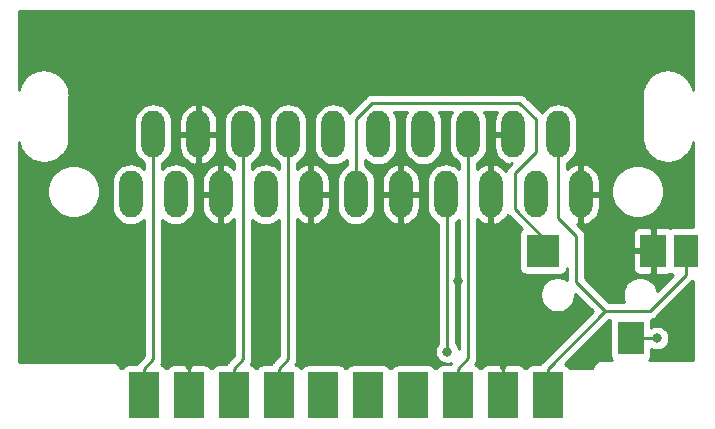
<source format=gtl>
G04 #@! TF.GenerationSoftware,KiCad,Pcbnew,(5.1.0)-1*
G04 #@! TF.CreationDate,2019-04-07T00:40:10-04:00*
G04 #@! TF.ProjectId,Lightgunverter SCART Breakout,4c696768-7467-4756-9e76-657274657220,rev?*
G04 #@! TF.SameCoordinates,Original*
G04 #@! TF.FileFunction,Copper,L1,Top*
G04 #@! TF.FilePolarity,Positive*
%FSLAX46Y46*%
G04 Gerber Fmt 4.6, Leading zero omitted, Abs format (unit mm)*
G04 Created by KiCad (PCBNEW (5.1.0)-1) date 2019-04-07 00:40:10*
%MOMM*%
%LPD*%
G04 APERTURE LIST*
%ADD10O,1.981200X3.962400*%
%ADD11R,2.800000X2.800000*%
%ADD12R,2.200000X2.800000*%
%ADD13R,2.000000X2.800000*%
%ADD14R,2.500000X4.000000*%
%ADD15C,0.800000*%
%ADD16C,0.250000*%
%ADD17C,0.254000*%
G04 APERTURE END LIST*
D10*
X125730000Y-110490000D03*
X127635000Y-105410000D03*
X129540000Y-110490000D03*
X131445000Y-105410000D03*
X133350000Y-110490000D03*
X135255000Y-105410000D03*
X137160000Y-110490000D03*
X139065000Y-105410000D03*
X140970000Y-110490000D03*
X142875000Y-105410000D03*
X144780000Y-110490000D03*
X146685000Y-105410000D03*
X148590000Y-110490000D03*
X150495000Y-105410000D03*
X152400000Y-110490000D03*
X154305000Y-105410000D03*
X156210000Y-110490000D03*
X158115000Y-105410000D03*
X160020000Y-110490000D03*
X161925000Y-105410000D03*
X163830000Y-110490000D03*
D11*
X160655000Y-115299000D03*
D12*
X168055000Y-122699000D03*
X169955000Y-115299000D03*
D13*
X172755000Y-115299000D03*
D14*
X161047000Y-127508000D03*
X157247000Y-127508000D03*
X153447000Y-127508000D03*
X149647000Y-127508000D03*
X145847000Y-127508000D03*
X142047000Y-127508000D03*
X138247000Y-127508000D03*
X134447000Y-127508000D03*
X130647000Y-127508000D03*
X126847000Y-127508000D03*
D15*
X164719000Y-124079000D03*
X172339000Y-122555000D03*
X153416000Y-117856000D03*
X148844000Y-124206000D03*
X136398000Y-118872000D03*
X170307000Y-122682000D03*
X152527000Y-123825000D03*
D16*
X172755000Y-117313000D02*
X172755000Y-115299000D01*
X169672000Y-120396000D02*
X172755000Y-117313000D01*
X165909000Y-120396000D02*
X169672000Y-120396000D01*
X161047000Y-127508000D02*
X161047000Y-125258000D01*
X161047000Y-125258000D02*
X165909000Y-120396000D01*
X161925000Y-107641200D02*
X161925000Y-105410000D01*
X161925000Y-112522000D02*
X161925000Y-107641200D01*
X163449000Y-114046000D02*
X161925000Y-112522000D01*
X165909000Y-120396000D02*
X163449000Y-117936000D01*
X163449000Y-117936000D02*
X163449000Y-114046000D01*
X130647000Y-125258000D02*
X130683000Y-125222000D01*
X130647000Y-127508000D02*
X130647000Y-125258000D01*
X130683000Y-125222000D02*
X130683000Y-123952000D01*
X157247000Y-127508000D02*
X157247000Y-124100000D01*
X144780000Y-104140000D02*
X144780000Y-108258800D01*
X144780000Y-108258800D02*
X144780000Y-110490000D01*
X146177000Y-102743000D02*
X144780000Y-104140000D01*
X158623000Y-102743000D02*
X146177000Y-102743000D01*
X160655000Y-114173000D02*
X158242000Y-111760000D01*
X160655000Y-115299000D02*
X160655000Y-114173000D01*
X158242000Y-111760000D02*
X158242000Y-108712000D01*
X158242000Y-108712000D02*
X160020000Y-106934000D01*
X160020000Y-106934000D02*
X160020000Y-104140000D01*
X160020000Y-104140000D02*
X158623000Y-102743000D01*
X168072000Y-122682000D02*
X168055000Y-122699000D01*
X170307000Y-122682000D02*
X168072000Y-122682000D01*
X127635000Y-107641200D02*
X127635000Y-105410000D01*
X127635000Y-124470000D02*
X127635000Y-107641200D01*
X126847000Y-125258000D02*
X127635000Y-124470000D01*
X126847000Y-127508000D02*
X126847000Y-125258000D01*
X135255000Y-107641200D02*
X135255000Y-105410000D01*
X135255000Y-124450000D02*
X135255000Y-107641200D01*
X134447000Y-125258000D02*
X135255000Y-124450000D01*
X134447000Y-127508000D02*
X134447000Y-125258000D01*
X139065000Y-107641200D02*
X139065000Y-105410000D01*
X139065000Y-124440000D02*
X139065000Y-107641200D01*
X138247000Y-125258000D02*
X139065000Y-124440000D01*
X138247000Y-127508000D02*
X138247000Y-125258000D01*
X152527000Y-110617000D02*
X152400000Y-110490000D01*
X152527000Y-123825000D02*
X152527000Y-110617000D01*
X154305000Y-107641200D02*
X154305000Y-105410000D01*
X154305000Y-124400000D02*
X154305000Y-107641200D01*
X153447000Y-125258000D02*
X154305000Y-124400000D01*
X153447000Y-127508000D02*
X153447000Y-125258000D01*
D17*
G36*
X173330000Y-99854418D02*
G01*
X173330001Y-99854428D01*
X173330001Y-101658323D01*
X173318528Y-101600381D01*
X173315803Y-101591578D01*
X173225868Y-101308068D01*
X173202290Y-101253058D01*
X173179508Y-101197783D01*
X173175125Y-101189677D01*
X173031836Y-100929034D01*
X172998048Y-100879687D01*
X172964936Y-100829850D01*
X172959062Y-100822749D01*
X172767876Y-100594904D01*
X172725146Y-100553060D01*
X172682987Y-100510605D01*
X172675846Y-100504781D01*
X172444045Y-100318408D01*
X172394031Y-100285680D01*
X172344398Y-100252202D01*
X172336261Y-100247876D01*
X172072675Y-100110077D01*
X172017219Y-100087672D01*
X171962068Y-100064488D01*
X171953246Y-100061825D01*
X171667915Y-99977847D01*
X171609175Y-99966642D01*
X171550558Y-99954609D01*
X171541386Y-99953710D01*
X171245178Y-99926753D01*
X171185361Y-99927171D01*
X171125544Y-99926753D01*
X171116372Y-99927653D01*
X170820569Y-99958742D01*
X170761972Y-99970771D01*
X170703210Y-99981980D01*
X170694388Y-99984644D01*
X170410257Y-100072598D01*
X170355139Y-100095768D01*
X170299650Y-100118186D01*
X170291514Y-100122513D01*
X170029878Y-100263979D01*
X169980311Y-100297412D01*
X169930232Y-100330183D01*
X169923091Y-100336008D01*
X169693915Y-100525597D01*
X169651774Y-100568034D01*
X169609024Y-100609897D01*
X169603150Y-100616998D01*
X169415164Y-100847492D01*
X169382049Y-100897334D01*
X169348265Y-100946674D01*
X169343882Y-100954781D01*
X169204246Y-101217399D01*
X169181458Y-101272687D01*
X169157886Y-101327683D01*
X169155162Y-101336487D01*
X169069193Y-101621225D01*
X169057570Y-101679925D01*
X169045137Y-101738419D01*
X169044174Y-101747584D01*
X169015150Y-102043596D01*
X169015150Y-102172406D01*
X169035801Y-102276697D01*
X169035800Y-105497952D01*
X169025478Y-105531300D01*
X169016932Y-105612622D01*
X169015299Y-105620870D01*
X169015299Y-105628164D01*
X169012016Y-105659404D01*
X169012016Y-105668620D01*
X169012165Y-105689898D01*
X169015298Y-105719700D01*
X169015298Y-105749680D01*
X169016262Y-105758844D01*
X169049416Y-106054424D01*
X169061853Y-106112936D01*
X169073471Y-106171614D01*
X169076196Y-106180413D01*
X169076197Y-106180419D01*
X169076199Y-106180425D01*
X169166130Y-106463928D01*
X169189691Y-106518899D01*
X169212491Y-106574217D01*
X169216874Y-106582323D01*
X169360163Y-106842965D01*
X169393947Y-106892305D01*
X169427062Y-106942147D01*
X169432936Y-106949247D01*
X169624122Y-107177094D01*
X169666853Y-107218939D01*
X169709013Y-107261395D01*
X169716155Y-107267219D01*
X169947956Y-107453591D01*
X169997968Y-107486318D01*
X170047600Y-107519795D01*
X170055737Y-107524121D01*
X170319323Y-107661921D01*
X170374783Y-107684328D01*
X170429931Y-107707511D01*
X170438753Y-107710174D01*
X170724083Y-107794152D01*
X170782837Y-107805360D01*
X170841441Y-107817390D01*
X170850613Y-107818289D01*
X171146820Y-107845246D01*
X171206638Y-107844828D01*
X171266455Y-107845246D01*
X171275626Y-107844347D01*
X171571430Y-107813257D01*
X171630017Y-107801230D01*
X171688787Y-107790020D01*
X171697609Y-107787356D01*
X171981740Y-107699403D01*
X172036883Y-107676223D01*
X172092348Y-107653814D01*
X172100485Y-107649487D01*
X172362121Y-107508021D01*
X172411705Y-107474576D01*
X172461768Y-107441816D01*
X172468909Y-107435992D01*
X172698085Y-107246401D01*
X172740224Y-107203966D01*
X172782974Y-107162103D01*
X172788848Y-107155002D01*
X172976834Y-106924509D01*
X173009938Y-106874682D01*
X173043733Y-106825327D01*
X173048116Y-106817221D01*
X173187753Y-106554603D01*
X173210560Y-106499269D01*
X173234114Y-106444314D01*
X173236838Y-106435515D01*
X173236840Y-106435509D01*
X173322806Y-106150773D01*
X173330000Y-106114440D01*
X173330000Y-113260928D01*
X171755000Y-113260928D01*
X171630518Y-113273188D01*
X171510820Y-113309498D01*
X171405000Y-113366061D01*
X171299180Y-113309498D01*
X171179482Y-113273188D01*
X171055000Y-113260928D01*
X170240750Y-113264000D01*
X170082000Y-113422750D01*
X170082000Y-115172000D01*
X170102000Y-115172000D01*
X170102000Y-115426000D01*
X170082000Y-115426000D01*
X170082000Y-117175250D01*
X170240750Y-117334000D01*
X171055000Y-117337072D01*
X171179482Y-117324812D01*
X171299180Y-117288502D01*
X171405000Y-117231939D01*
X171510820Y-117288502D01*
X171630518Y-117324812D01*
X171664990Y-117328207D01*
X170306894Y-118686305D01*
X170282932Y-118565842D01*
X170170990Y-118295589D01*
X170008475Y-118052368D01*
X169801632Y-117845525D01*
X169558411Y-117683010D01*
X169288158Y-117571068D01*
X169001260Y-117514000D01*
X168708740Y-117514000D01*
X168421842Y-117571068D01*
X168151589Y-117683010D01*
X167908368Y-117845525D01*
X167701525Y-118052368D01*
X167539010Y-118295589D01*
X167427068Y-118565842D01*
X167370000Y-118852740D01*
X167370000Y-119145260D01*
X167427068Y-119432158D01*
X167511502Y-119636000D01*
X166223802Y-119636000D01*
X164209000Y-117621199D01*
X164209000Y-116699000D01*
X168216928Y-116699000D01*
X168229188Y-116823482D01*
X168265498Y-116943180D01*
X168324463Y-117053494D01*
X168403815Y-117150185D01*
X168500506Y-117229537D01*
X168610820Y-117288502D01*
X168730518Y-117324812D01*
X168855000Y-117337072D01*
X169669250Y-117334000D01*
X169828000Y-117175250D01*
X169828000Y-115426000D01*
X168378750Y-115426000D01*
X168220000Y-115584750D01*
X168216928Y-116699000D01*
X164209000Y-116699000D01*
X164209000Y-114083322D01*
X164212676Y-114045999D01*
X164209000Y-114008676D01*
X164209000Y-114008667D01*
X164198199Y-113899000D01*
X168216928Y-113899000D01*
X168220000Y-115013250D01*
X168378750Y-115172000D01*
X169828000Y-115172000D01*
X169828000Y-113422750D01*
X169669250Y-113264000D01*
X168855000Y-113260928D01*
X168730518Y-113273188D01*
X168610820Y-113309498D01*
X168500506Y-113368463D01*
X168403815Y-113447815D01*
X168324463Y-113544506D01*
X168265498Y-113654820D01*
X168229188Y-113774518D01*
X168216928Y-113899000D01*
X164198199Y-113899000D01*
X164198003Y-113897014D01*
X164154546Y-113753753D01*
X164083974Y-113621724D01*
X164070811Y-113605685D01*
X164012799Y-113534996D01*
X164012795Y-113534992D01*
X163989001Y-113505999D01*
X163960008Y-113482205D01*
X163510853Y-113033051D01*
X163703000Y-112941942D01*
X163703000Y-110617000D01*
X163957000Y-110617000D01*
X163957000Y-112941942D01*
X164208959Y-113061411D01*
X164334758Y-113031060D01*
X164627539Y-112902795D01*
X164889671Y-112719876D01*
X165111080Y-112489332D01*
X165283258Y-112220023D01*
X165399588Y-111922299D01*
X165455600Y-111607600D01*
X165455600Y-110617000D01*
X163957000Y-110617000D01*
X163703000Y-110617000D01*
X163683000Y-110617000D01*
X163683000Y-110363000D01*
X163703000Y-110363000D01*
X163703000Y-108038058D01*
X163957000Y-108038058D01*
X163957000Y-110363000D01*
X165455600Y-110363000D01*
X165455600Y-110015872D01*
X166421000Y-110015872D01*
X166421000Y-110456128D01*
X166506890Y-110887925D01*
X166675369Y-111294669D01*
X166919962Y-111660729D01*
X167231271Y-111972038D01*
X167597331Y-112216631D01*
X168004075Y-112385110D01*
X168435872Y-112471000D01*
X168876128Y-112471000D01*
X169307925Y-112385110D01*
X169714669Y-112216631D01*
X170080729Y-111972038D01*
X170392038Y-111660729D01*
X170636631Y-111294669D01*
X170805110Y-110887925D01*
X170891000Y-110456128D01*
X170891000Y-110015872D01*
X170805110Y-109584075D01*
X170636631Y-109177331D01*
X170392038Y-108811271D01*
X170080729Y-108499962D01*
X169714669Y-108255369D01*
X169307925Y-108086890D01*
X168876128Y-108001000D01*
X168435872Y-108001000D01*
X168004075Y-108086890D01*
X167597331Y-108255369D01*
X167231271Y-108499962D01*
X166919962Y-108811271D01*
X166675369Y-109177331D01*
X166506890Y-109584075D01*
X166421000Y-110015872D01*
X165455600Y-110015872D01*
X165455600Y-109372400D01*
X165399588Y-109057701D01*
X165283258Y-108759977D01*
X165111080Y-108490668D01*
X164889671Y-108260124D01*
X164627539Y-108077205D01*
X164334758Y-107948940D01*
X164208959Y-107918589D01*
X163957000Y-108038058D01*
X163703000Y-108038058D01*
X163451041Y-107918589D01*
X163325242Y-107948940D01*
X163032461Y-108077205D01*
X162770329Y-108260124D01*
X162685000Y-108348974D01*
X162685000Y-107837619D01*
X162832504Y-107758777D01*
X163080034Y-107555634D01*
X163283177Y-107308105D01*
X163434125Y-107025700D01*
X163527078Y-106719273D01*
X163550600Y-106480454D01*
X163550600Y-104339546D01*
X163527078Y-104100727D01*
X163434125Y-103794300D01*
X163283177Y-103511895D01*
X163080034Y-103264366D01*
X162832505Y-103061223D01*
X162550100Y-102910275D01*
X162243673Y-102817322D01*
X161925000Y-102785935D01*
X161606328Y-102817322D01*
X161299901Y-102910275D01*
X161017496Y-103061223D01*
X160769967Y-103264366D01*
X160566824Y-103511895D01*
X160532010Y-103577027D01*
X160531003Y-103576201D01*
X159186804Y-102232003D01*
X159163001Y-102202999D01*
X159047276Y-102108026D01*
X158915247Y-102037454D01*
X158771986Y-101993997D01*
X158660333Y-101983000D01*
X158660322Y-101983000D01*
X158623000Y-101979324D01*
X158585678Y-101983000D01*
X146214322Y-101983000D01*
X146176999Y-101979324D01*
X146139676Y-101983000D01*
X146139667Y-101983000D01*
X146028014Y-101993997D01*
X145884753Y-102037454D01*
X145752724Y-102108026D01*
X145636999Y-102202999D01*
X145613201Y-102231997D01*
X144269003Y-103576196D01*
X144267991Y-103577027D01*
X144233177Y-103511895D01*
X144030034Y-103264366D01*
X143782505Y-103061223D01*
X143500100Y-102910275D01*
X143193673Y-102817322D01*
X142875000Y-102785935D01*
X142556328Y-102817322D01*
X142249901Y-102910275D01*
X141967496Y-103061223D01*
X141719967Y-103264366D01*
X141516824Y-103511895D01*
X141365876Y-103794300D01*
X141272923Y-104100727D01*
X141249401Y-104339546D01*
X141249400Y-106480453D01*
X141272922Y-106719272D01*
X141365875Y-107025699D01*
X141516823Y-107308104D01*
X141719966Y-107555634D01*
X141967495Y-107758777D01*
X142249900Y-107909725D01*
X142556327Y-108002678D01*
X142875000Y-108034065D01*
X143193672Y-108002678D01*
X143500099Y-107909725D01*
X143782504Y-107758777D01*
X144020001Y-107563868D01*
X144020001Y-108062380D01*
X143872496Y-108141223D01*
X143624967Y-108344366D01*
X143421824Y-108591895D01*
X143270876Y-108874300D01*
X143177923Y-109180727D01*
X143154401Y-109419546D01*
X143154400Y-111560453D01*
X143177922Y-111799272D01*
X143270875Y-112105699D01*
X143421823Y-112388104D01*
X143624966Y-112635634D01*
X143872495Y-112838777D01*
X144154900Y-112989725D01*
X144461327Y-113082678D01*
X144780000Y-113114065D01*
X145098672Y-113082678D01*
X145405099Y-112989725D01*
X145687504Y-112838777D01*
X145935034Y-112635634D01*
X146138177Y-112388105D01*
X146289125Y-112105700D01*
X146382078Y-111799273D01*
X146405600Y-111560454D01*
X146405600Y-110617000D01*
X146964400Y-110617000D01*
X146964400Y-111607600D01*
X147020412Y-111922299D01*
X147136742Y-112220023D01*
X147308920Y-112489332D01*
X147530329Y-112719876D01*
X147792461Y-112902795D01*
X148085242Y-113031060D01*
X148211041Y-113061411D01*
X148463000Y-112941942D01*
X148463000Y-110617000D01*
X148717000Y-110617000D01*
X148717000Y-112941942D01*
X148968959Y-113061411D01*
X149094758Y-113031060D01*
X149387539Y-112902795D01*
X149649671Y-112719876D01*
X149871080Y-112489332D01*
X150043258Y-112220023D01*
X150159588Y-111922299D01*
X150215600Y-111607600D01*
X150215600Y-110617000D01*
X148717000Y-110617000D01*
X148463000Y-110617000D01*
X146964400Y-110617000D01*
X146405600Y-110617000D01*
X146405600Y-109419546D01*
X146400957Y-109372400D01*
X146964400Y-109372400D01*
X146964400Y-110363000D01*
X148463000Y-110363000D01*
X148463000Y-108038058D01*
X148717000Y-108038058D01*
X148717000Y-110363000D01*
X150215600Y-110363000D01*
X150215600Y-109372400D01*
X150159588Y-109057701D01*
X150043258Y-108759977D01*
X149871080Y-108490668D01*
X149649671Y-108260124D01*
X149387539Y-108077205D01*
X149094758Y-107948940D01*
X148968959Y-107918589D01*
X148717000Y-108038058D01*
X148463000Y-108038058D01*
X148211041Y-107918589D01*
X148085242Y-107948940D01*
X147792461Y-108077205D01*
X147530329Y-108260124D01*
X147308920Y-108490668D01*
X147136742Y-108759977D01*
X147020412Y-109057701D01*
X146964400Y-109372400D01*
X146400957Y-109372400D01*
X146382078Y-109180727D01*
X146289125Y-108874300D01*
X146138177Y-108591895D01*
X145935034Y-108344366D01*
X145687505Y-108141223D01*
X145540000Y-108062380D01*
X145540000Y-107563869D01*
X145777495Y-107758777D01*
X146059900Y-107909725D01*
X146366327Y-108002678D01*
X146685000Y-108034065D01*
X147003672Y-108002678D01*
X147310099Y-107909725D01*
X147592504Y-107758777D01*
X147840034Y-107555634D01*
X148043177Y-107308105D01*
X148194125Y-107025700D01*
X148287078Y-106719273D01*
X148310600Y-106480454D01*
X148310600Y-104339546D01*
X148287078Y-104100727D01*
X148194125Y-103794300D01*
X148043177Y-103511895D01*
X148035877Y-103503000D01*
X149144124Y-103503000D01*
X149136824Y-103511895D01*
X148985876Y-103794300D01*
X148892923Y-104100727D01*
X148869401Y-104339546D01*
X148869400Y-106480453D01*
X148892922Y-106719272D01*
X148985875Y-107025699D01*
X149136823Y-107308104D01*
X149339966Y-107555634D01*
X149587495Y-107758777D01*
X149869900Y-107909725D01*
X150176327Y-108002678D01*
X150495000Y-108034065D01*
X150813672Y-108002678D01*
X151120099Y-107909725D01*
X151402504Y-107758777D01*
X151650034Y-107555634D01*
X151853177Y-107308105D01*
X152004125Y-107025700D01*
X152097078Y-106719273D01*
X152120600Y-106480454D01*
X152120600Y-104339546D01*
X152097078Y-104100727D01*
X152004125Y-103794300D01*
X151853177Y-103511895D01*
X151845877Y-103503000D01*
X152954124Y-103503000D01*
X152946824Y-103511895D01*
X152795876Y-103794300D01*
X152702923Y-104100727D01*
X152679401Y-104339546D01*
X152679400Y-106480453D01*
X152702922Y-106719272D01*
X152795875Y-107025699D01*
X152946823Y-107308104D01*
X153149966Y-107555634D01*
X153397495Y-107758777D01*
X153545001Y-107837620D01*
X153545001Y-108336132D01*
X153307505Y-108141223D01*
X153025100Y-107990275D01*
X152718673Y-107897322D01*
X152400000Y-107865935D01*
X152081328Y-107897322D01*
X151774901Y-107990275D01*
X151492496Y-108141223D01*
X151244967Y-108344366D01*
X151041824Y-108591895D01*
X150890876Y-108874300D01*
X150797923Y-109180727D01*
X150774401Y-109419546D01*
X150774400Y-111560453D01*
X150797922Y-111799272D01*
X150890875Y-112105699D01*
X151041823Y-112388104D01*
X151244966Y-112635634D01*
X151492495Y-112838777D01*
X151767001Y-112985503D01*
X151767000Y-123121289D01*
X151723063Y-123165226D01*
X151609795Y-123334744D01*
X151531774Y-123523102D01*
X151492000Y-123723061D01*
X151492000Y-123926939D01*
X151531774Y-124126898D01*
X151609795Y-124315256D01*
X151723063Y-124484774D01*
X151867226Y-124628937D01*
X152036744Y-124742205D01*
X152225102Y-124820226D01*
X152425061Y-124860000D01*
X152628939Y-124860000D01*
X152821973Y-124821603D01*
X152812026Y-124833724D01*
X152792674Y-124869928D01*
X152197000Y-124869928D01*
X152072518Y-124882188D01*
X151952820Y-124918498D01*
X151842506Y-124977463D01*
X151745815Y-125056815D01*
X151666463Y-125153506D01*
X151629852Y-125222000D01*
X151464148Y-125222000D01*
X151427537Y-125153506D01*
X151348185Y-125056815D01*
X151251494Y-124977463D01*
X151141180Y-124918498D01*
X151021482Y-124882188D01*
X150897000Y-124869928D01*
X148397000Y-124869928D01*
X148272518Y-124882188D01*
X148152820Y-124918498D01*
X148042506Y-124977463D01*
X147945815Y-125056815D01*
X147866463Y-125153506D01*
X147829852Y-125222000D01*
X147664148Y-125222000D01*
X147627537Y-125153506D01*
X147548185Y-125056815D01*
X147451494Y-124977463D01*
X147341180Y-124918498D01*
X147221482Y-124882188D01*
X147097000Y-124869928D01*
X144597000Y-124869928D01*
X144472518Y-124882188D01*
X144352820Y-124918498D01*
X144242506Y-124977463D01*
X144145815Y-125056815D01*
X144066463Y-125153506D01*
X144029852Y-125222000D01*
X143864148Y-125222000D01*
X143827537Y-125153506D01*
X143748185Y-125056815D01*
X143651494Y-124977463D01*
X143541180Y-124918498D01*
X143421482Y-124882188D01*
X143297000Y-124869928D01*
X140797000Y-124869928D01*
X140672518Y-124882188D01*
X140552820Y-124918498D01*
X140442506Y-124977463D01*
X140345815Y-125056815D01*
X140266463Y-125153506D01*
X140229852Y-125222000D01*
X140064148Y-125222000D01*
X140027537Y-125153506D01*
X139948185Y-125056815D01*
X139851494Y-124977463D01*
X139741180Y-124918498D01*
X139672559Y-124897682D01*
X139699974Y-124864276D01*
X139770546Y-124732247D01*
X139814003Y-124588986D01*
X139825000Y-124477333D01*
X139825000Y-124477325D01*
X139828676Y-124440000D01*
X139825000Y-124402675D01*
X139825000Y-112631026D01*
X139910329Y-112719876D01*
X140172461Y-112902795D01*
X140465242Y-113031060D01*
X140591041Y-113061411D01*
X140843000Y-112941942D01*
X140843000Y-110617000D01*
X141097000Y-110617000D01*
X141097000Y-112941942D01*
X141348959Y-113061411D01*
X141474758Y-113031060D01*
X141767539Y-112902795D01*
X142029671Y-112719876D01*
X142251080Y-112489332D01*
X142423258Y-112220023D01*
X142539588Y-111922299D01*
X142595600Y-111607600D01*
X142595600Y-110617000D01*
X141097000Y-110617000D01*
X140843000Y-110617000D01*
X140823000Y-110617000D01*
X140823000Y-110363000D01*
X140843000Y-110363000D01*
X140843000Y-108038058D01*
X141097000Y-108038058D01*
X141097000Y-110363000D01*
X142595600Y-110363000D01*
X142595600Y-109372400D01*
X142539588Y-109057701D01*
X142423258Y-108759977D01*
X142251080Y-108490668D01*
X142029671Y-108260124D01*
X141767539Y-108077205D01*
X141474758Y-107948940D01*
X141348959Y-107918589D01*
X141097000Y-108038058D01*
X140843000Y-108038058D01*
X140591041Y-107918589D01*
X140465242Y-107948940D01*
X140172461Y-108077205D01*
X139910329Y-108260124D01*
X139825000Y-108348974D01*
X139825000Y-107837619D01*
X139972504Y-107758777D01*
X140220034Y-107555634D01*
X140423177Y-107308105D01*
X140574125Y-107025700D01*
X140667078Y-106719273D01*
X140690600Y-106480454D01*
X140690600Y-104339546D01*
X140667078Y-104100727D01*
X140574125Y-103794300D01*
X140423177Y-103511895D01*
X140220034Y-103264366D01*
X139972505Y-103061223D01*
X139690100Y-102910275D01*
X139383673Y-102817322D01*
X139065000Y-102785935D01*
X138746328Y-102817322D01*
X138439901Y-102910275D01*
X138157496Y-103061223D01*
X137909967Y-103264366D01*
X137706824Y-103511895D01*
X137555876Y-103794300D01*
X137462923Y-104100727D01*
X137439401Y-104339546D01*
X137439400Y-106480453D01*
X137462922Y-106719272D01*
X137555875Y-107025699D01*
X137706823Y-107308104D01*
X137909966Y-107555634D01*
X138157495Y-107758777D01*
X138305001Y-107837620D01*
X138305001Y-108336132D01*
X138067505Y-108141223D01*
X137785100Y-107990275D01*
X137478673Y-107897322D01*
X137160000Y-107865935D01*
X136841328Y-107897322D01*
X136534901Y-107990275D01*
X136252496Y-108141223D01*
X136015000Y-108336132D01*
X136015000Y-107837619D01*
X136162504Y-107758777D01*
X136410034Y-107555634D01*
X136613177Y-107308105D01*
X136764125Y-107025700D01*
X136857078Y-106719273D01*
X136880600Y-106480454D01*
X136880600Y-104339546D01*
X136857078Y-104100727D01*
X136764125Y-103794300D01*
X136613177Y-103511895D01*
X136410034Y-103264366D01*
X136162505Y-103061223D01*
X135880100Y-102910275D01*
X135573673Y-102817322D01*
X135255000Y-102785935D01*
X134936328Y-102817322D01*
X134629901Y-102910275D01*
X134347496Y-103061223D01*
X134099967Y-103264366D01*
X133896824Y-103511895D01*
X133745876Y-103794300D01*
X133652923Y-104100727D01*
X133629401Y-104339546D01*
X133629400Y-106480453D01*
X133652922Y-106719272D01*
X133745875Y-107025699D01*
X133896823Y-107308104D01*
X134099966Y-107555634D01*
X134347495Y-107758777D01*
X134495001Y-107837620D01*
X134495001Y-108348975D01*
X134409671Y-108260124D01*
X134147539Y-108077205D01*
X133854758Y-107948940D01*
X133728959Y-107918589D01*
X133477000Y-108038058D01*
X133477000Y-110363000D01*
X133497000Y-110363000D01*
X133497000Y-110617000D01*
X133477000Y-110617000D01*
X133477000Y-112941942D01*
X133728959Y-113061411D01*
X133854758Y-113031060D01*
X134147539Y-112902795D01*
X134409671Y-112719876D01*
X134495001Y-112631026D01*
X134495000Y-124135198D01*
X133935998Y-124694201D01*
X133907000Y-124717999D01*
X133883202Y-124746997D01*
X133883201Y-124746998D01*
X133812026Y-124833724D01*
X133792674Y-124869928D01*
X133197000Y-124869928D01*
X133072518Y-124882188D01*
X132952820Y-124918498D01*
X132842506Y-124977463D01*
X132745815Y-125056815D01*
X132666463Y-125153506D01*
X132629852Y-125222000D01*
X132464148Y-125222000D01*
X132427537Y-125153506D01*
X132348185Y-125056815D01*
X132251494Y-124977463D01*
X132141180Y-124918498D01*
X132021482Y-124882188D01*
X131897000Y-124869928D01*
X130932750Y-124873000D01*
X130774000Y-125031750D01*
X130774000Y-125222000D01*
X130520000Y-125222000D01*
X130520000Y-125031750D01*
X130361250Y-124873000D01*
X129397000Y-124869928D01*
X129272518Y-124882188D01*
X129152820Y-124918498D01*
X129042506Y-124977463D01*
X128945815Y-125056815D01*
X128866463Y-125153506D01*
X128829852Y-125222000D01*
X128664148Y-125222000D01*
X128627537Y-125153506D01*
X128548185Y-125056815D01*
X128451494Y-124977463D01*
X128341180Y-124918498D01*
X128268251Y-124896375D01*
X128269974Y-124894276D01*
X128340546Y-124762247D01*
X128384003Y-124618986D01*
X128395000Y-124507333D01*
X128395000Y-124507324D01*
X128398676Y-124470001D01*
X128395000Y-124432678D01*
X128395000Y-112643869D01*
X128632495Y-112838777D01*
X128914900Y-112989725D01*
X129221327Y-113082678D01*
X129540000Y-113114065D01*
X129858672Y-113082678D01*
X130165099Y-112989725D01*
X130447504Y-112838777D01*
X130695034Y-112635634D01*
X130898177Y-112388105D01*
X131049125Y-112105700D01*
X131142078Y-111799273D01*
X131165600Y-111560454D01*
X131165600Y-110617000D01*
X131724400Y-110617000D01*
X131724400Y-111607600D01*
X131780412Y-111922299D01*
X131896742Y-112220023D01*
X132068920Y-112489332D01*
X132290329Y-112719876D01*
X132552461Y-112902795D01*
X132845242Y-113031060D01*
X132971041Y-113061411D01*
X133223000Y-112941942D01*
X133223000Y-110617000D01*
X131724400Y-110617000D01*
X131165600Y-110617000D01*
X131165600Y-109419546D01*
X131160957Y-109372400D01*
X131724400Y-109372400D01*
X131724400Y-110363000D01*
X133223000Y-110363000D01*
X133223000Y-108038058D01*
X132971041Y-107918589D01*
X132845242Y-107948940D01*
X132552461Y-108077205D01*
X132290329Y-108260124D01*
X132068920Y-108490668D01*
X131896742Y-108759977D01*
X131780412Y-109057701D01*
X131724400Y-109372400D01*
X131160957Y-109372400D01*
X131142078Y-109180727D01*
X131049125Y-108874300D01*
X130898177Y-108591895D01*
X130695034Y-108344366D01*
X130447505Y-108141223D01*
X130165100Y-107990275D01*
X129858673Y-107897322D01*
X129540000Y-107865935D01*
X129221328Y-107897322D01*
X128914901Y-107990275D01*
X128632496Y-108141223D01*
X128395000Y-108336132D01*
X128395000Y-107837619D01*
X128542504Y-107758777D01*
X128790034Y-107555634D01*
X128993177Y-107308105D01*
X129144125Y-107025700D01*
X129237078Y-106719273D01*
X129260600Y-106480454D01*
X129260600Y-105537000D01*
X129819400Y-105537000D01*
X129819400Y-106527600D01*
X129875412Y-106842299D01*
X129991742Y-107140023D01*
X130163920Y-107409332D01*
X130385329Y-107639876D01*
X130647461Y-107822795D01*
X130940242Y-107951060D01*
X131066041Y-107981411D01*
X131318000Y-107861942D01*
X131318000Y-105537000D01*
X131572000Y-105537000D01*
X131572000Y-107861942D01*
X131823959Y-107981411D01*
X131949758Y-107951060D01*
X132242539Y-107822795D01*
X132504671Y-107639876D01*
X132726080Y-107409332D01*
X132898258Y-107140023D01*
X133014588Y-106842299D01*
X133070600Y-106527600D01*
X133070600Y-105537000D01*
X131572000Y-105537000D01*
X131318000Y-105537000D01*
X129819400Y-105537000D01*
X129260600Y-105537000D01*
X129260600Y-104339546D01*
X129255957Y-104292400D01*
X129819400Y-104292400D01*
X129819400Y-105283000D01*
X131318000Y-105283000D01*
X131318000Y-102958058D01*
X131572000Y-102958058D01*
X131572000Y-105283000D01*
X133070600Y-105283000D01*
X133070600Y-104292400D01*
X133014588Y-103977701D01*
X132898258Y-103679977D01*
X132726080Y-103410668D01*
X132504671Y-103180124D01*
X132242539Y-102997205D01*
X131949758Y-102868940D01*
X131823959Y-102838589D01*
X131572000Y-102958058D01*
X131318000Y-102958058D01*
X131066041Y-102838589D01*
X130940242Y-102868940D01*
X130647461Y-102997205D01*
X130385329Y-103180124D01*
X130163920Y-103410668D01*
X129991742Y-103679977D01*
X129875412Y-103977701D01*
X129819400Y-104292400D01*
X129255957Y-104292400D01*
X129237078Y-104100727D01*
X129144125Y-103794300D01*
X128993177Y-103511895D01*
X128790034Y-103264366D01*
X128542505Y-103061223D01*
X128260100Y-102910275D01*
X127953673Y-102817322D01*
X127635000Y-102785935D01*
X127316328Y-102817322D01*
X127009901Y-102910275D01*
X126727496Y-103061223D01*
X126479967Y-103264366D01*
X126276824Y-103511895D01*
X126125876Y-103794300D01*
X126032923Y-104100727D01*
X126009401Y-104339546D01*
X126009400Y-106480453D01*
X126032922Y-106719272D01*
X126125875Y-107025699D01*
X126276823Y-107308104D01*
X126479966Y-107555634D01*
X126727495Y-107758777D01*
X126875001Y-107837620D01*
X126875001Y-108336132D01*
X126637505Y-108141223D01*
X126355100Y-107990275D01*
X126048673Y-107897322D01*
X125730000Y-107865935D01*
X125411328Y-107897322D01*
X125104901Y-107990275D01*
X124822496Y-108141223D01*
X124574967Y-108344366D01*
X124371824Y-108591895D01*
X124220876Y-108874300D01*
X124127923Y-109180727D01*
X124104401Y-109419546D01*
X124104400Y-111560453D01*
X124127922Y-111799272D01*
X124220875Y-112105699D01*
X124371823Y-112388104D01*
X124574966Y-112635634D01*
X124822495Y-112838777D01*
X125104900Y-112989725D01*
X125411327Y-113082678D01*
X125730000Y-113114065D01*
X126048672Y-113082678D01*
X126355099Y-112989725D01*
X126637504Y-112838777D01*
X126875001Y-112643868D01*
X126875000Y-124155198D01*
X126335998Y-124694201D01*
X126307000Y-124717999D01*
X126283202Y-124746997D01*
X126283201Y-124746998D01*
X126212026Y-124833724D01*
X126192674Y-124869928D01*
X125597000Y-124869928D01*
X125472518Y-124882188D01*
X125352820Y-124918498D01*
X125242506Y-124977463D01*
X125145815Y-125056815D01*
X125066463Y-125153506D01*
X125029852Y-125222000D01*
X124856685Y-125222000D01*
X124856450Y-125219617D01*
X124818710Y-125095207D01*
X124757425Y-124980550D01*
X124674948Y-124880052D01*
X124574450Y-124797575D01*
X124459793Y-124736290D01*
X124335383Y-124698550D01*
X124238419Y-124689000D01*
X124206000Y-124685807D01*
X124173581Y-124689000D01*
X116230000Y-124689000D01*
X116230000Y-110015872D01*
X118669000Y-110015872D01*
X118669000Y-110456128D01*
X118754890Y-110887925D01*
X118923369Y-111294669D01*
X119167962Y-111660729D01*
X119479271Y-111972038D01*
X119845331Y-112216631D01*
X120252075Y-112385110D01*
X120683872Y-112471000D01*
X121124128Y-112471000D01*
X121555925Y-112385110D01*
X121962669Y-112216631D01*
X122328729Y-111972038D01*
X122640038Y-111660729D01*
X122884631Y-111294669D01*
X123053110Y-110887925D01*
X123139000Y-110456128D01*
X123139000Y-110015872D01*
X123053110Y-109584075D01*
X122884631Y-109177331D01*
X122640038Y-108811271D01*
X122328729Y-108499962D01*
X121962669Y-108255369D01*
X121555925Y-108086890D01*
X121124128Y-108001000D01*
X120683872Y-108001000D01*
X120252075Y-108086890D01*
X119845331Y-108255369D01*
X119479271Y-108499962D01*
X119167962Y-108811271D01*
X118923369Y-109177331D01*
X118754890Y-109584075D01*
X118669000Y-110015872D01*
X116230000Y-110015872D01*
X116230000Y-106113678D01*
X116241471Y-106171614D01*
X116244196Y-106180413D01*
X116244197Y-106180419D01*
X116244199Y-106180425D01*
X116334130Y-106463928D01*
X116357691Y-106518899D01*
X116380491Y-106574217D01*
X116384874Y-106582323D01*
X116528163Y-106842965D01*
X116561947Y-106892305D01*
X116595062Y-106942147D01*
X116600936Y-106949247D01*
X116792122Y-107177094D01*
X116834853Y-107218939D01*
X116877013Y-107261395D01*
X116884155Y-107267219D01*
X117115956Y-107453591D01*
X117165968Y-107486318D01*
X117215600Y-107519795D01*
X117223737Y-107524121D01*
X117487323Y-107661921D01*
X117542783Y-107684328D01*
X117597931Y-107707511D01*
X117606753Y-107710174D01*
X117892083Y-107794152D01*
X117950837Y-107805360D01*
X118009441Y-107817390D01*
X118018613Y-107818289D01*
X118314820Y-107845246D01*
X118374638Y-107844828D01*
X118434455Y-107845246D01*
X118443626Y-107844347D01*
X118739430Y-107813257D01*
X118798017Y-107801230D01*
X118856787Y-107790020D01*
X118865609Y-107787356D01*
X119149740Y-107699403D01*
X119204883Y-107676223D01*
X119260348Y-107653814D01*
X119268485Y-107649487D01*
X119530121Y-107508021D01*
X119579705Y-107474576D01*
X119629768Y-107441816D01*
X119636909Y-107435992D01*
X119866085Y-107246401D01*
X119908224Y-107203966D01*
X119950974Y-107162103D01*
X119956848Y-107155002D01*
X120144834Y-106924509D01*
X120177938Y-106874682D01*
X120211733Y-106825327D01*
X120216116Y-106817221D01*
X120355753Y-106554603D01*
X120378560Y-106499269D01*
X120402114Y-106444314D01*
X120404838Y-106435515D01*
X120404840Y-106435509D01*
X120490806Y-106150773D01*
X120502422Y-106092108D01*
X120514862Y-106033584D01*
X120515825Y-106024419D01*
X120544850Y-105728406D01*
X120544850Y-105599596D01*
X120524200Y-105495305D01*
X120524200Y-102274047D01*
X120534522Y-102240699D01*
X120543068Y-102159377D01*
X120544701Y-102151129D01*
X120544701Y-102143835D01*
X120547984Y-102112594D01*
X120547984Y-102103379D01*
X120547835Y-102082100D01*
X120544702Y-102052298D01*
X120544702Y-102022319D01*
X120543738Y-102013154D01*
X120510584Y-101717575D01*
X120498151Y-101659081D01*
X120486528Y-101600381D01*
X120483803Y-101591578D01*
X120393868Y-101308068D01*
X120370290Y-101253058D01*
X120347508Y-101197783D01*
X120343125Y-101189677D01*
X120199836Y-100929034D01*
X120166048Y-100879687D01*
X120132936Y-100829850D01*
X120127062Y-100822749D01*
X119935876Y-100594904D01*
X119893146Y-100553060D01*
X119850987Y-100510605D01*
X119843846Y-100504781D01*
X119612045Y-100318408D01*
X119562031Y-100285680D01*
X119512398Y-100252202D01*
X119504261Y-100247876D01*
X119240675Y-100110077D01*
X119185219Y-100087672D01*
X119130068Y-100064488D01*
X119121246Y-100061825D01*
X118835915Y-99977847D01*
X118777175Y-99966642D01*
X118718558Y-99954609D01*
X118709386Y-99953710D01*
X118413178Y-99926753D01*
X118353361Y-99927171D01*
X118293544Y-99926753D01*
X118284372Y-99927653D01*
X117988569Y-99958742D01*
X117929972Y-99970771D01*
X117871210Y-99981980D01*
X117862388Y-99984644D01*
X117578257Y-100072598D01*
X117523139Y-100095768D01*
X117467650Y-100118186D01*
X117459514Y-100122513D01*
X117197878Y-100263979D01*
X117148311Y-100297412D01*
X117098232Y-100330183D01*
X117091091Y-100336008D01*
X116861915Y-100525597D01*
X116819774Y-100568034D01*
X116777024Y-100609897D01*
X116771150Y-100616998D01*
X116583164Y-100847492D01*
X116550049Y-100897334D01*
X116516265Y-100946674D01*
X116511882Y-100954781D01*
X116372246Y-101217399D01*
X116349458Y-101272687D01*
X116325886Y-101327683D01*
X116323162Y-101336487D01*
X116237193Y-101621225D01*
X116230000Y-101657553D01*
X116230000Y-95021000D01*
X173330001Y-95021000D01*
X173330000Y-99854418D01*
X173330000Y-99854418D01*
G37*
X173330000Y-99854418D02*
X173330001Y-99854428D01*
X173330001Y-101658323D01*
X173318528Y-101600381D01*
X173315803Y-101591578D01*
X173225868Y-101308068D01*
X173202290Y-101253058D01*
X173179508Y-101197783D01*
X173175125Y-101189677D01*
X173031836Y-100929034D01*
X172998048Y-100879687D01*
X172964936Y-100829850D01*
X172959062Y-100822749D01*
X172767876Y-100594904D01*
X172725146Y-100553060D01*
X172682987Y-100510605D01*
X172675846Y-100504781D01*
X172444045Y-100318408D01*
X172394031Y-100285680D01*
X172344398Y-100252202D01*
X172336261Y-100247876D01*
X172072675Y-100110077D01*
X172017219Y-100087672D01*
X171962068Y-100064488D01*
X171953246Y-100061825D01*
X171667915Y-99977847D01*
X171609175Y-99966642D01*
X171550558Y-99954609D01*
X171541386Y-99953710D01*
X171245178Y-99926753D01*
X171185361Y-99927171D01*
X171125544Y-99926753D01*
X171116372Y-99927653D01*
X170820569Y-99958742D01*
X170761972Y-99970771D01*
X170703210Y-99981980D01*
X170694388Y-99984644D01*
X170410257Y-100072598D01*
X170355139Y-100095768D01*
X170299650Y-100118186D01*
X170291514Y-100122513D01*
X170029878Y-100263979D01*
X169980311Y-100297412D01*
X169930232Y-100330183D01*
X169923091Y-100336008D01*
X169693915Y-100525597D01*
X169651774Y-100568034D01*
X169609024Y-100609897D01*
X169603150Y-100616998D01*
X169415164Y-100847492D01*
X169382049Y-100897334D01*
X169348265Y-100946674D01*
X169343882Y-100954781D01*
X169204246Y-101217399D01*
X169181458Y-101272687D01*
X169157886Y-101327683D01*
X169155162Y-101336487D01*
X169069193Y-101621225D01*
X169057570Y-101679925D01*
X169045137Y-101738419D01*
X169044174Y-101747584D01*
X169015150Y-102043596D01*
X169015150Y-102172406D01*
X169035801Y-102276697D01*
X169035800Y-105497952D01*
X169025478Y-105531300D01*
X169016932Y-105612622D01*
X169015299Y-105620870D01*
X169015299Y-105628164D01*
X169012016Y-105659404D01*
X169012016Y-105668620D01*
X169012165Y-105689898D01*
X169015298Y-105719700D01*
X169015298Y-105749680D01*
X169016262Y-105758844D01*
X169049416Y-106054424D01*
X169061853Y-106112936D01*
X169073471Y-106171614D01*
X169076196Y-106180413D01*
X169076197Y-106180419D01*
X169076199Y-106180425D01*
X169166130Y-106463928D01*
X169189691Y-106518899D01*
X169212491Y-106574217D01*
X169216874Y-106582323D01*
X169360163Y-106842965D01*
X169393947Y-106892305D01*
X169427062Y-106942147D01*
X169432936Y-106949247D01*
X169624122Y-107177094D01*
X169666853Y-107218939D01*
X169709013Y-107261395D01*
X169716155Y-107267219D01*
X169947956Y-107453591D01*
X169997968Y-107486318D01*
X170047600Y-107519795D01*
X170055737Y-107524121D01*
X170319323Y-107661921D01*
X170374783Y-107684328D01*
X170429931Y-107707511D01*
X170438753Y-107710174D01*
X170724083Y-107794152D01*
X170782837Y-107805360D01*
X170841441Y-107817390D01*
X170850613Y-107818289D01*
X171146820Y-107845246D01*
X171206638Y-107844828D01*
X171266455Y-107845246D01*
X171275626Y-107844347D01*
X171571430Y-107813257D01*
X171630017Y-107801230D01*
X171688787Y-107790020D01*
X171697609Y-107787356D01*
X171981740Y-107699403D01*
X172036883Y-107676223D01*
X172092348Y-107653814D01*
X172100485Y-107649487D01*
X172362121Y-107508021D01*
X172411705Y-107474576D01*
X172461768Y-107441816D01*
X172468909Y-107435992D01*
X172698085Y-107246401D01*
X172740224Y-107203966D01*
X172782974Y-107162103D01*
X172788848Y-107155002D01*
X172976834Y-106924509D01*
X173009938Y-106874682D01*
X173043733Y-106825327D01*
X173048116Y-106817221D01*
X173187753Y-106554603D01*
X173210560Y-106499269D01*
X173234114Y-106444314D01*
X173236838Y-106435515D01*
X173236840Y-106435509D01*
X173322806Y-106150773D01*
X173330000Y-106114440D01*
X173330000Y-113260928D01*
X171755000Y-113260928D01*
X171630518Y-113273188D01*
X171510820Y-113309498D01*
X171405000Y-113366061D01*
X171299180Y-113309498D01*
X171179482Y-113273188D01*
X171055000Y-113260928D01*
X170240750Y-113264000D01*
X170082000Y-113422750D01*
X170082000Y-115172000D01*
X170102000Y-115172000D01*
X170102000Y-115426000D01*
X170082000Y-115426000D01*
X170082000Y-117175250D01*
X170240750Y-117334000D01*
X171055000Y-117337072D01*
X171179482Y-117324812D01*
X171299180Y-117288502D01*
X171405000Y-117231939D01*
X171510820Y-117288502D01*
X171630518Y-117324812D01*
X171664990Y-117328207D01*
X170306894Y-118686305D01*
X170282932Y-118565842D01*
X170170990Y-118295589D01*
X170008475Y-118052368D01*
X169801632Y-117845525D01*
X169558411Y-117683010D01*
X169288158Y-117571068D01*
X169001260Y-117514000D01*
X168708740Y-117514000D01*
X168421842Y-117571068D01*
X168151589Y-117683010D01*
X167908368Y-117845525D01*
X167701525Y-118052368D01*
X167539010Y-118295589D01*
X167427068Y-118565842D01*
X167370000Y-118852740D01*
X167370000Y-119145260D01*
X167427068Y-119432158D01*
X167511502Y-119636000D01*
X166223802Y-119636000D01*
X164209000Y-117621199D01*
X164209000Y-116699000D01*
X168216928Y-116699000D01*
X168229188Y-116823482D01*
X168265498Y-116943180D01*
X168324463Y-117053494D01*
X168403815Y-117150185D01*
X168500506Y-117229537D01*
X168610820Y-117288502D01*
X168730518Y-117324812D01*
X168855000Y-117337072D01*
X169669250Y-117334000D01*
X169828000Y-117175250D01*
X169828000Y-115426000D01*
X168378750Y-115426000D01*
X168220000Y-115584750D01*
X168216928Y-116699000D01*
X164209000Y-116699000D01*
X164209000Y-114083322D01*
X164212676Y-114045999D01*
X164209000Y-114008676D01*
X164209000Y-114008667D01*
X164198199Y-113899000D01*
X168216928Y-113899000D01*
X168220000Y-115013250D01*
X168378750Y-115172000D01*
X169828000Y-115172000D01*
X169828000Y-113422750D01*
X169669250Y-113264000D01*
X168855000Y-113260928D01*
X168730518Y-113273188D01*
X168610820Y-113309498D01*
X168500506Y-113368463D01*
X168403815Y-113447815D01*
X168324463Y-113544506D01*
X168265498Y-113654820D01*
X168229188Y-113774518D01*
X168216928Y-113899000D01*
X164198199Y-113899000D01*
X164198003Y-113897014D01*
X164154546Y-113753753D01*
X164083974Y-113621724D01*
X164070811Y-113605685D01*
X164012799Y-113534996D01*
X164012795Y-113534992D01*
X163989001Y-113505999D01*
X163960008Y-113482205D01*
X163510853Y-113033051D01*
X163703000Y-112941942D01*
X163703000Y-110617000D01*
X163957000Y-110617000D01*
X163957000Y-112941942D01*
X164208959Y-113061411D01*
X164334758Y-113031060D01*
X164627539Y-112902795D01*
X164889671Y-112719876D01*
X165111080Y-112489332D01*
X165283258Y-112220023D01*
X165399588Y-111922299D01*
X165455600Y-111607600D01*
X165455600Y-110617000D01*
X163957000Y-110617000D01*
X163703000Y-110617000D01*
X163683000Y-110617000D01*
X163683000Y-110363000D01*
X163703000Y-110363000D01*
X163703000Y-108038058D01*
X163957000Y-108038058D01*
X163957000Y-110363000D01*
X165455600Y-110363000D01*
X165455600Y-110015872D01*
X166421000Y-110015872D01*
X166421000Y-110456128D01*
X166506890Y-110887925D01*
X166675369Y-111294669D01*
X166919962Y-111660729D01*
X167231271Y-111972038D01*
X167597331Y-112216631D01*
X168004075Y-112385110D01*
X168435872Y-112471000D01*
X168876128Y-112471000D01*
X169307925Y-112385110D01*
X169714669Y-112216631D01*
X170080729Y-111972038D01*
X170392038Y-111660729D01*
X170636631Y-111294669D01*
X170805110Y-110887925D01*
X170891000Y-110456128D01*
X170891000Y-110015872D01*
X170805110Y-109584075D01*
X170636631Y-109177331D01*
X170392038Y-108811271D01*
X170080729Y-108499962D01*
X169714669Y-108255369D01*
X169307925Y-108086890D01*
X168876128Y-108001000D01*
X168435872Y-108001000D01*
X168004075Y-108086890D01*
X167597331Y-108255369D01*
X167231271Y-108499962D01*
X166919962Y-108811271D01*
X166675369Y-109177331D01*
X166506890Y-109584075D01*
X166421000Y-110015872D01*
X165455600Y-110015872D01*
X165455600Y-109372400D01*
X165399588Y-109057701D01*
X165283258Y-108759977D01*
X165111080Y-108490668D01*
X164889671Y-108260124D01*
X164627539Y-108077205D01*
X164334758Y-107948940D01*
X164208959Y-107918589D01*
X163957000Y-108038058D01*
X163703000Y-108038058D01*
X163451041Y-107918589D01*
X163325242Y-107948940D01*
X163032461Y-108077205D01*
X162770329Y-108260124D01*
X162685000Y-108348974D01*
X162685000Y-107837619D01*
X162832504Y-107758777D01*
X163080034Y-107555634D01*
X163283177Y-107308105D01*
X163434125Y-107025700D01*
X163527078Y-106719273D01*
X163550600Y-106480454D01*
X163550600Y-104339546D01*
X163527078Y-104100727D01*
X163434125Y-103794300D01*
X163283177Y-103511895D01*
X163080034Y-103264366D01*
X162832505Y-103061223D01*
X162550100Y-102910275D01*
X162243673Y-102817322D01*
X161925000Y-102785935D01*
X161606328Y-102817322D01*
X161299901Y-102910275D01*
X161017496Y-103061223D01*
X160769967Y-103264366D01*
X160566824Y-103511895D01*
X160532010Y-103577027D01*
X160531003Y-103576201D01*
X159186804Y-102232003D01*
X159163001Y-102202999D01*
X159047276Y-102108026D01*
X158915247Y-102037454D01*
X158771986Y-101993997D01*
X158660333Y-101983000D01*
X158660322Y-101983000D01*
X158623000Y-101979324D01*
X158585678Y-101983000D01*
X146214322Y-101983000D01*
X146176999Y-101979324D01*
X146139676Y-101983000D01*
X146139667Y-101983000D01*
X146028014Y-101993997D01*
X145884753Y-102037454D01*
X145752724Y-102108026D01*
X145636999Y-102202999D01*
X145613201Y-102231997D01*
X144269003Y-103576196D01*
X144267991Y-103577027D01*
X144233177Y-103511895D01*
X144030034Y-103264366D01*
X143782505Y-103061223D01*
X143500100Y-102910275D01*
X143193673Y-102817322D01*
X142875000Y-102785935D01*
X142556328Y-102817322D01*
X142249901Y-102910275D01*
X141967496Y-103061223D01*
X141719967Y-103264366D01*
X141516824Y-103511895D01*
X141365876Y-103794300D01*
X141272923Y-104100727D01*
X141249401Y-104339546D01*
X141249400Y-106480453D01*
X141272922Y-106719272D01*
X141365875Y-107025699D01*
X141516823Y-107308104D01*
X141719966Y-107555634D01*
X141967495Y-107758777D01*
X142249900Y-107909725D01*
X142556327Y-108002678D01*
X142875000Y-108034065D01*
X143193672Y-108002678D01*
X143500099Y-107909725D01*
X143782504Y-107758777D01*
X144020001Y-107563868D01*
X144020001Y-108062380D01*
X143872496Y-108141223D01*
X143624967Y-108344366D01*
X143421824Y-108591895D01*
X143270876Y-108874300D01*
X143177923Y-109180727D01*
X143154401Y-109419546D01*
X143154400Y-111560453D01*
X143177922Y-111799272D01*
X143270875Y-112105699D01*
X143421823Y-112388104D01*
X143624966Y-112635634D01*
X143872495Y-112838777D01*
X144154900Y-112989725D01*
X144461327Y-113082678D01*
X144780000Y-113114065D01*
X145098672Y-113082678D01*
X145405099Y-112989725D01*
X145687504Y-112838777D01*
X145935034Y-112635634D01*
X146138177Y-112388105D01*
X146289125Y-112105700D01*
X146382078Y-111799273D01*
X146405600Y-111560454D01*
X146405600Y-110617000D01*
X146964400Y-110617000D01*
X146964400Y-111607600D01*
X147020412Y-111922299D01*
X147136742Y-112220023D01*
X147308920Y-112489332D01*
X147530329Y-112719876D01*
X147792461Y-112902795D01*
X148085242Y-113031060D01*
X148211041Y-113061411D01*
X148463000Y-112941942D01*
X148463000Y-110617000D01*
X148717000Y-110617000D01*
X148717000Y-112941942D01*
X148968959Y-113061411D01*
X149094758Y-113031060D01*
X149387539Y-112902795D01*
X149649671Y-112719876D01*
X149871080Y-112489332D01*
X150043258Y-112220023D01*
X150159588Y-111922299D01*
X150215600Y-111607600D01*
X150215600Y-110617000D01*
X148717000Y-110617000D01*
X148463000Y-110617000D01*
X146964400Y-110617000D01*
X146405600Y-110617000D01*
X146405600Y-109419546D01*
X146400957Y-109372400D01*
X146964400Y-109372400D01*
X146964400Y-110363000D01*
X148463000Y-110363000D01*
X148463000Y-108038058D01*
X148717000Y-108038058D01*
X148717000Y-110363000D01*
X150215600Y-110363000D01*
X150215600Y-109372400D01*
X150159588Y-109057701D01*
X150043258Y-108759977D01*
X149871080Y-108490668D01*
X149649671Y-108260124D01*
X149387539Y-108077205D01*
X149094758Y-107948940D01*
X148968959Y-107918589D01*
X148717000Y-108038058D01*
X148463000Y-108038058D01*
X148211041Y-107918589D01*
X148085242Y-107948940D01*
X147792461Y-108077205D01*
X147530329Y-108260124D01*
X147308920Y-108490668D01*
X147136742Y-108759977D01*
X147020412Y-109057701D01*
X146964400Y-109372400D01*
X146400957Y-109372400D01*
X146382078Y-109180727D01*
X146289125Y-108874300D01*
X146138177Y-108591895D01*
X145935034Y-108344366D01*
X145687505Y-108141223D01*
X145540000Y-108062380D01*
X145540000Y-107563869D01*
X145777495Y-107758777D01*
X146059900Y-107909725D01*
X146366327Y-108002678D01*
X146685000Y-108034065D01*
X147003672Y-108002678D01*
X147310099Y-107909725D01*
X147592504Y-107758777D01*
X147840034Y-107555634D01*
X148043177Y-107308105D01*
X148194125Y-107025700D01*
X148287078Y-106719273D01*
X148310600Y-106480454D01*
X148310600Y-104339546D01*
X148287078Y-104100727D01*
X148194125Y-103794300D01*
X148043177Y-103511895D01*
X148035877Y-103503000D01*
X149144124Y-103503000D01*
X149136824Y-103511895D01*
X148985876Y-103794300D01*
X148892923Y-104100727D01*
X148869401Y-104339546D01*
X148869400Y-106480453D01*
X148892922Y-106719272D01*
X148985875Y-107025699D01*
X149136823Y-107308104D01*
X149339966Y-107555634D01*
X149587495Y-107758777D01*
X149869900Y-107909725D01*
X150176327Y-108002678D01*
X150495000Y-108034065D01*
X150813672Y-108002678D01*
X151120099Y-107909725D01*
X151402504Y-107758777D01*
X151650034Y-107555634D01*
X151853177Y-107308105D01*
X152004125Y-107025700D01*
X152097078Y-106719273D01*
X152120600Y-106480454D01*
X152120600Y-104339546D01*
X152097078Y-104100727D01*
X152004125Y-103794300D01*
X151853177Y-103511895D01*
X151845877Y-103503000D01*
X152954124Y-103503000D01*
X152946824Y-103511895D01*
X152795876Y-103794300D01*
X152702923Y-104100727D01*
X152679401Y-104339546D01*
X152679400Y-106480453D01*
X152702922Y-106719272D01*
X152795875Y-107025699D01*
X152946823Y-107308104D01*
X153149966Y-107555634D01*
X153397495Y-107758777D01*
X153545001Y-107837620D01*
X153545001Y-108336132D01*
X153307505Y-108141223D01*
X153025100Y-107990275D01*
X152718673Y-107897322D01*
X152400000Y-107865935D01*
X152081328Y-107897322D01*
X151774901Y-107990275D01*
X151492496Y-108141223D01*
X151244967Y-108344366D01*
X151041824Y-108591895D01*
X150890876Y-108874300D01*
X150797923Y-109180727D01*
X150774401Y-109419546D01*
X150774400Y-111560453D01*
X150797922Y-111799272D01*
X150890875Y-112105699D01*
X151041823Y-112388104D01*
X151244966Y-112635634D01*
X151492495Y-112838777D01*
X151767001Y-112985503D01*
X151767000Y-123121289D01*
X151723063Y-123165226D01*
X151609795Y-123334744D01*
X151531774Y-123523102D01*
X151492000Y-123723061D01*
X151492000Y-123926939D01*
X151531774Y-124126898D01*
X151609795Y-124315256D01*
X151723063Y-124484774D01*
X151867226Y-124628937D01*
X152036744Y-124742205D01*
X152225102Y-124820226D01*
X152425061Y-124860000D01*
X152628939Y-124860000D01*
X152821973Y-124821603D01*
X152812026Y-124833724D01*
X152792674Y-124869928D01*
X152197000Y-124869928D01*
X152072518Y-124882188D01*
X151952820Y-124918498D01*
X151842506Y-124977463D01*
X151745815Y-125056815D01*
X151666463Y-125153506D01*
X151629852Y-125222000D01*
X151464148Y-125222000D01*
X151427537Y-125153506D01*
X151348185Y-125056815D01*
X151251494Y-124977463D01*
X151141180Y-124918498D01*
X151021482Y-124882188D01*
X150897000Y-124869928D01*
X148397000Y-124869928D01*
X148272518Y-124882188D01*
X148152820Y-124918498D01*
X148042506Y-124977463D01*
X147945815Y-125056815D01*
X147866463Y-125153506D01*
X147829852Y-125222000D01*
X147664148Y-125222000D01*
X147627537Y-125153506D01*
X147548185Y-125056815D01*
X147451494Y-124977463D01*
X147341180Y-124918498D01*
X147221482Y-124882188D01*
X147097000Y-124869928D01*
X144597000Y-124869928D01*
X144472518Y-124882188D01*
X144352820Y-124918498D01*
X144242506Y-124977463D01*
X144145815Y-125056815D01*
X144066463Y-125153506D01*
X144029852Y-125222000D01*
X143864148Y-125222000D01*
X143827537Y-125153506D01*
X143748185Y-125056815D01*
X143651494Y-124977463D01*
X143541180Y-124918498D01*
X143421482Y-124882188D01*
X143297000Y-124869928D01*
X140797000Y-124869928D01*
X140672518Y-124882188D01*
X140552820Y-124918498D01*
X140442506Y-124977463D01*
X140345815Y-125056815D01*
X140266463Y-125153506D01*
X140229852Y-125222000D01*
X140064148Y-125222000D01*
X140027537Y-125153506D01*
X139948185Y-125056815D01*
X139851494Y-124977463D01*
X139741180Y-124918498D01*
X139672559Y-124897682D01*
X139699974Y-124864276D01*
X139770546Y-124732247D01*
X139814003Y-124588986D01*
X139825000Y-124477333D01*
X139825000Y-124477325D01*
X139828676Y-124440000D01*
X139825000Y-124402675D01*
X139825000Y-112631026D01*
X139910329Y-112719876D01*
X140172461Y-112902795D01*
X140465242Y-113031060D01*
X140591041Y-113061411D01*
X140843000Y-112941942D01*
X140843000Y-110617000D01*
X141097000Y-110617000D01*
X141097000Y-112941942D01*
X141348959Y-113061411D01*
X141474758Y-113031060D01*
X141767539Y-112902795D01*
X142029671Y-112719876D01*
X142251080Y-112489332D01*
X142423258Y-112220023D01*
X142539588Y-111922299D01*
X142595600Y-111607600D01*
X142595600Y-110617000D01*
X141097000Y-110617000D01*
X140843000Y-110617000D01*
X140823000Y-110617000D01*
X140823000Y-110363000D01*
X140843000Y-110363000D01*
X140843000Y-108038058D01*
X141097000Y-108038058D01*
X141097000Y-110363000D01*
X142595600Y-110363000D01*
X142595600Y-109372400D01*
X142539588Y-109057701D01*
X142423258Y-108759977D01*
X142251080Y-108490668D01*
X142029671Y-108260124D01*
X141767539Y-108077205D01*
X141474758Y-107948940D01*
X141348959Y-107918589D01*
X141097000Y-108038058D01*
X140843000Y-108038058D01*
X140591041Y-107918589D01*
X140465242Y-107948940D01*
X140172461Y-108077205D01*
X139910329Y-108260124D01*
X139825000Y-108348974D01*
X139825000Y-107837619D01*
X139972504Y-107758777D01*
X140220034Y-107555634D01*
X140423177Y-107308105D01*
X140574125Y-107025700D01*
X140667078Y-106719273D01*
X140690600Y-106480454D01*
X140690600Y-104339546D01*
X140667078Y-104100727D01*
X140574125Y-103794300D01*
X140423177Y-103511895D01*
X140220034Y-103264366D01*
X139972505Y-103061223D01*
X139690100Y-102910275D01*
X139383673Y-102817322D01*
X139065000Y-102785935D01*
X138746328Y-102817322D01*
X138439901Y-102910275D01*
X138157496Y-103061223D01*
X137909967Y-103264366D01*
X137706824Y-103511895D01*
X137555876Y-103794300D01*
X137462923Y-104100727D01*
X137439401Y-104339546D01*
X137439400Y-106480453D01*
X137462922Y-106719272D01*
X137555875Y-107025699D01*
X137706823Y-107308104D01*
X137909966Y-107555634D01*
X138157495Y-107758777D01*
X138305001Y-107837620D01*
X138305001Y-108336132D01*
X138067505Y-108141223D01*
X137785100Y-107990275D01*
X137478673Y-107897322D01*
X137160000Y-107865935D01*
X136841328Y-107897322D01*
X136534901Y-107990275D01*
X136252496Y-108141223D01*
X136015000Y-108336132D01*
X136015000Y-107837619D01*
X136162504Y-107758777D01*
X136410034Y-107555634D01*
X136613177Y-107308105D01*
X136764125Y-107025700D01*
X136857078Y-106719273D01*
X136880600Y-106480454D01*
X136880600Y-104339546D01*
X136857078Y-104100727D01*
X136764125Y-103794300D01*
X136613177Y-103511895D01*
X136410034Y-103264366D01*
X136162505Y-103061223D01*
X135880100Y-102910275D01*
X135573673Y-102817322D01*
X135255000Y-102785935D01*
X134936328Y-102817322D01*
X134629901Y-102910275D01*
X134347496Y-103061223D01*
X134099967Y-103264366D01*
X133896824Y-103511895D01*
X133745876Y-103794300D01*
X133652923Y-104100727D01*
X133629401Y-104339546D01*
X133629400Y-106480453D01*
X133652922Y-106719272D01*
X133745875Y-107025699D01*
X133896823Y-107308104D01*
X134099966Y-107555634D01*
X134347495Y-107758777D01*
X134495001Y-107837620D01*
X134495001Y-108348975D01*
X134409671Y-108260124D01*
X134147539Y-108077205D01*
X133854758Y-107948940D01*
X133728959Y-107918589D01*
X133477000Y-108038058D01*
X133477000Y-110363000D01*
X133497000Y-110363000D01*
X133497000Y-110617000D01*
X133477000Y-110617000D01*
X133477000Y-112941942D01*
X133728959Y-113061411D01*
X133854758Y-113031060D01*
X134147539Y-112902795D01*
X134409671Y-112719876D01*
X134495001Y-112631026D01*
X134495000Y-124135198D01*
X133935998Y-124694201D01*
X133907000Y-124717999D01*
X133883202Y-124746997D01*
X133883201Y-124746998D01*
X133812026Y-124833724D01*
X133792674Y-124869928D01*
X133197000Y-124869928D01*
X133072518Y-124882188D01*
X132952820Y-124918498D01*
X132842506Y-124977463D01*
X132745815Y-125056815D01*
X132666463Y-125153506D01*
X132629852Y-125222000D01*
X132464148Y-125222000D01*
X132427537Y-125153506D01*
X132348185Y-125056815D01*
X132251494Y-124977463D01*
X132141180Y-124918498D01*
X132021482Y-124882188D01*
X131897000Y-124869928D01*
X130932750Y-124873000D01*
X130774000Y-125031750D01*
X130774000Y-125222000D01*
X130520000Y-125222000D01*
X130520000Y-125031750D01*
X130361250Y-124873000D01*
X129397000Y-124869928D01*
X129272518Y-124882188D01*
X129152820Y-124918498D01*
X129042506Y-124977463D01*
X128945815Y-125056815D01*
X128866463Y-125153506D01*
X128829852Y-125222000D01*
X128664148Y-125222000D01*
X128627537Y-125153506D01*
X128548185Y-125056815D01*
X128451494Y-124977463D01*
X128341180Y-124918498D01*
X128268251Y-124896375D01*
X128269974Y-124894276D01*
X128340546Y-124762247D01*
X128384003Y-124618986D01*
X128395000Y-124507333D01*
X128395000Y-124507324D01*
X128398676Y-124470001D01*
X128395000Y-124432678D01*
X128395000Y-112643869D01*
X128632495Y-112838777D01*
X128914900Y-112989725D01*
X129221327Y-113082678D01*
X129540000Y-113114065D01*
X129858672Y-113082678D01*
X130165099Y-112989725D01*
X130447504Y-112838777D01*
X130695034Y-112635634D01*
X130898177Y-112388105D01*
X131049125Y-112105700D01*
X131142078Y-111799273D01*
X131165600Y-111560454D01*
X131165600Y-110617000D01*
X131724400Y-110617000D01*
X131724400Y-111607600D01*
X131780412Y-111922299D01*
X131896742Y-112220023D01*
X132068920Y-112489332D01*
X132290329Y-112719876D01*
X132552461Y-112902795D01*
X132845242Y-113031060D01*
X132971041Y-113061411D01*
X133223000Y-112941942D01*
X133223000Y-110617000D01*
X131724400Y-110617000D01*
X131165600Y-110617000D01*
X131165600Y-109419546D01*
X131160957Y-109372400D01*
X131724400Y-109372400D01*
X131724400Y-110363000D01*
X133223000Y-110363000D01*
X133223000Y-108038058D01*
X132971041Y-107918589D01*
X132845242Y-107948940D01*
X132552461Y-108077205D01*
X132290329Y-108260124D01*
X132068920Y-108490668D01*
X131896742Y-108759977D01*
X131780412Y-109057701D01*
X131724400Y-109372400D01*
X131160957Y-109372400D01*
X131142078Y-109180727D01*
X131049125Y-108874300D01*
X130898177Y-108591895D01*
X130695034Y-108344366D01*
X130447505Y-108141223D01*
X130165100Y-107990275D01*
X129858673Y-107897322D01*
X129540000Y-107865935D01*
X129221328Y-107897322D01*
X128914901Y-107990275D01*
X128632496Y-108141223D01*
X128395000Y-108336132D01*
X128395000Y-107837619D01*
X128542504Y-107758777D01*
X128790034Y-107555634D01*
X128993177Y-107308105D01*
X129144125Y-107025700D01*
X129237078Y-106719273D01*
X129260600Y-106480454D01*
X129260600Y-105537000D01*
X129819400Y-105537000D01*
X129819400Y-106527600D01*
X129875412Y-106842299D01*
X129991742Y-107140023D01*
X130163920Y-107409332D01*
X130385329Y-107639876D01*
X130647461Y-107822795D01*
X130940242Y-107951060D01*
X131066041Y-107981411D01*
X131318000Y-107861942D01*
X131318000Y-105537000D01*
X131572000Y-105537000D01*
X131572000Y-107861942D01*
X131823959Y-107981411D01*
X131949758Y-107951060D01*
X132242539Y-107822795D01*
X132504671Y-107639876D01*
X132726080Y-107409332D01*
X132898258Y-107140023D01*
X133014588Y-106842299D01*
X133070600Y-106527600D01*
X133070600Y-105537000D01*
X131572000Y-105537000D01*
X131318000Y-105537000D01*
X129819400Y-105537000D01*
X129260600Y-105537000D01*
X129260600Y-104339546D01*
X129255957Y-104292400D01*
X129819400Y-104292400D01*
X129819400Y-105283000D01*
X131318000Y-105283000D01*
X131318000Y-102958058D01*
X131572000Y-102958058D01*
X131572000Y-105283000D01*
X133070600Y-105283000D01*
X133070600Y-104292400D01*
X133014588Y-103977701D01*
X132898258Y-103679977D01*
X132726080Y-103410668D01*
X132504671Y-103180124D01*
X132242539Y-102997205D01*
X131949758Y-102868940D01*
X131823959Y-102838589D01*
X131572000Y-102958058D01*
X131318000Y-102958058D01*
X131066041Y-102838589D01*
X130940242Y-102868940D01*
X130647461Y-102997205D01*
X130385329Y-103180124D01*
X130163920Y-103410668D01*
X129991742Y-103679977D01*
X129875412Y-103977701D01*
X129819400Y-104292400D01*
X129255957Y-104292400D01*
X129237078Y-104100727D01*
X129144125Y-103794300D01*
X128993177Y-103511895D01*
X128790034Y-103264366D01*
X128542505Y-103061223D01*
X128260100Y-102910275D01*
X127953673Y-102817322D01*
X127635000Y-102785935D01*
X127316328Y-102817322D01*
X127009901Y-102910275D01*
X126727496Y-103061223D01*
X126479967Y-103264366D01*
X126276824Y-103511895D01*
X126125876Y-103794300D01*
X126032923Y-104100727D01*
X126009401Y-104339546D01*
X126009400Y-106480453D01*
X126032922Y-106719272D01*
X126125875Y-107025699D01*
X126276823Y-107308104D01*
X126479966Y-107555634D01*
X126727495Y-107758777D01*
X126875001Y-107837620D01*
X126875001Y-108336132D01*
X126637505Y-108141223D01*
X126355100Y-107990275D01*
X126048673Y-107897322D01*
X125730000Y-107865935D01*
X125411328Y-107897322D01*
X125104901Y-107990275D01*
X124822496Y-108141223D01*
X124574967Y-108344366D01*
X124371824Y-108591895D01*
X124220876Y-108874300D01*
X124127923Y-109180727D01*
X124104401Y-109419546D01*
X124104400Y-111560453D01*
X124127922Y-111799272D01*
X124220875Y-112105699D01*
X124371823Y-112388104D01*
X124574966Y-112635634D01*
X124822495Y-112838777D01*
X125104900Y-112989725D01*
X125411327Y-113082678D01*
X125730000Y-113114065D01*
X126048672Y-113082678D01*
X126355099Y-112989725D01*
X126637504Y-112838777D01*
X126875001Y-112643868D01*
X126875000Y-124155198D01*
X126335998Y-124694201D01*
X126307000Y-124717999D01*
X126283202Y-124746997D01*
X126283201Y-124746998D01*
X126212026Y-124833724D01*
X126192674Y-124869928D01*
X125597000Y-124869928D01*
X125472518Y-124882188D01*
X125352820Y-124918498D01*
X125242506Y-124977463D01*
X125145815Y-125056815D01*
X125066463Y-125153506D01*
X125029852Y-125222000D01*
X124856685Y-125222000D01*
X124856450Y-125219617D01*
X124818710Y-125095207D01*
X124757425Y-124980550D01*
X124674948Y-124880052D01*
X124574450Y-124797575D01*
X124459793Y-124736290D01*
X124335383Y-124698550D01*
X124238419Y-124689000D01*
X124206000Y-124685807D01*
X124173581Y-124689000D01*
X116230000Y-124689000D01*
X116230000Y-110015872D01*
X118669000Y-110015872D01*
X118669000Y-110456128D01*
X118754890Y-110887925D01*
X118923369Y-111294669D01*
X119167962Y-111660729D01*
X119479271Y-111972038D01*
X119845331Y-112216631D01*
X120252075Y-112385110D01*
X120683872Y-112471000D01*
X121124128Y-112471000D01*
X121555925Y-112385110D01*
X121962669Y-112216631D01*
X122328729Y-111972038D01*
X122640038Y-111660729D01*
X122884631Y-111294669D01*
X123053110Y-110887925D01*
X123139000Y-110456128D01*
X123139000Y-110015872D01*
X123053110Y-109584075D01*
X122884631Y-109177331D01*
X122640038Y-108811271D01*
X122328729Y-108499962D01*
X121962669Y-108255369D01*
X121555925Y-108086890D01*
X121124128Y-108001000D01*
X120683872Y-108001000D01*
X120252075Y-108086890D01*
X119845331Y-108255369D01*
X119479271Y-108499962D01*
X119167962Y-108811271D01*
X118923369Y-109177331D01*
X118754890Y-109584075D01*
X118669000Y-110015872D01*
X116230000Y-110015872D01*
X116230000Y-106113678D01*
X116241471Y-106171614D01*
X116244196Y-106180413D01*
X116244197Y-106180419D01*
X116244199Y-106180425D01*
X116334130Y-106463928D01*
X116357691Y-106518899D01*
X116380491Y-106574217D01*
X116384874Y-106582323D01*
X116528163Y-106842965D01*
X116561947Y-106892305D01*
X116595062Y-106942147D01*
X116600936Y-106949247D01*
X116792122Y-107177094D01*
X116834853Y-107218939D01*
X116877013Y-107261395D01*
X116884155Y-107267219D01*
X117115956Y-107453591D01*
X117165968Y-107486318D01*
X117215600Y-107519795D01*
X117223737Y-107524121D01*
X117487323Y-107661921D01*
X117542783Y-107684328D01*
X117597931Y-107707511D01*
X117606753Y-107710174D01*
X117892083Y-107794152D01*
X117950837Y-107805360D01*
X118009441Y-107817390D01*
X118018613Y-107818289D01*
X118314820Y-107845246D01*
X118374638Y-107844828D01*
X118434455Y-107845246D01*
X118443626Y-107844347D01*
X118739430Y-107813257D01*
X118798017Y-107801230D01*
X118856787Y-107790020D01*
X118865609Y-107787356D01*
X119149740Y-107699403D01*
X119204883Y-107676223D01*
X119260348Y-107653814D01*
X119268485Y-107649487D01*
X119530121Y-107508021D01*
X119579705Y-107474576D01*
X119629768Y-107441816D01*
X119636909Y-107435992D01*
X119866085Y-107246401D01*
X119908224Y-107203966D01*
X119950974Y-107162103D01*
X119956848Y-107155002D01*
X120144834Y-106924509D01*
X120177938Y-106874682D01*
X120211733Y-106825327D01*
X120216116Y-106817221D01*
X120355753Y-106554603D01*
X120378560Y-106499269D01*
X120402114Y-106444314D01*
X120404838Y-106435515D01*
X120404840Y-106435509D01*
X120490806Y-106150773D01*
X120502422Y-106092108D01*
X120514862Y-106033584D01*
X120515825Y-106024419D01*
X120544850Y-105728406D01*
X120544850Y-105599596D01*
X120524200Y-105495305D01*
X120524200Y-102274047D01*
X120534522Y-102240699D01*
X120543068Y-102159377D01*
X120544701Y-102151129D01*
X120544701Y-102143835D01*
X120547984Y-102112594D01*
X120547984Y-102103379D01*
X120547835Y-102082100D01*
X120544702Y-102052298D01*
X120544702Y-102022319D01*
X120543738Y-102013154D01*
X120510584Y-101717575D01*
X120498151Y-101659081D01*
X120486528Y-101600381D01*
X120483803Y-101591578D01*
X120393868Y-101308068D01*
X120370290Y-101253058D01*
X120347508Y-101197783D01*
X120343125Y-101189677D01*
X120199836Y-100929034D01*
X120166048Y-100879687D01*
X120132936Y-100829850D01*
X120127062Y-100822749D01*
X119935876Y-100594904D01*
X119893146Y-100553060D01*
X119850987Y-100510605D01*
X119843846Y-100504781D01*
X119612045Y-100318408D01*
X119562031Y-100285680D01*
X119512398Y-100252202D01*
X119504261Y-100247876D01*
X119240675Y-100110077D01*
X119185219Y-100087672D01*
X119130068Y-100064488D01*
X119121246Y-100061825D01*
X118835915Y-99977847D01*
X118777175Y-99966642D01*
X118718558Y-99954609D01*
X118709386Y-99953710D01*
X118413178Y-99926753D01*
X118353361Y-99927171D01*
X118293544Y-99926753D01*
X118284372Y-99927653D01*
X117988569Y-99958742D01*
X117929972Y-99970771D01*
X117871210Y-99981980D01*
X117862388Y-99984644D01*
X117578257Y-100072598D01*
X117523139Y-100095768D01*
X117467650Y-100118186D01*
X117459514Y-100122513D01*
X117197878Y-100263979D01*
X117148311Y-100297412D01*
X117098232Y-100330183D01*
X117091091Y-100336008D01*
X116861915Y-100525597D01*
X116819774Y-100568034D01*
X116777024Y-100609897D01*
X116771150Y-100616998D01*
X116583164Y-100847492D01*
X116550049Y-100897334D01*
X116516265Y-100946674D01*
X116511882Y-100954781D01*
X116372246Y-101217399D01*
X116349458Y-101272687D01*
X116325886Y-101327683D01*
X116323162Y-101336487D01*
X116237193Y-101621225D01*
X116230000Y-101657553D01*
X116230000Y-95021000D01*
X173330001Y-95021000D01*
X173330000Y-99854418D01*
G36*
X156661742Y-103679977D02*
G01*
X156545412Y-103977701D01*
X156489400Y-104292400D01*
X156489400Y-105283000D01*
X157988000Y-105283000D01*
X157988000Y-105263000D01*
X158242000Y-105263000D01*
X158242000Y-105283000D01*
X158262000Y-105283000D01*
X158262000Y-105537000D01*
X158242000Y-105537000D01*
X158242000Y-105557000D01*
X157988000Y-105557000D01*
X157988000Y-105537000D01*
X156489400Y-105537000D01*
X156489400Y-106527600D01*
X156545412Y-106842299D01*
X156661742Y-107140023D01*
X156833920Y-107409332D01*
X157055329Y-107639876D01*
X157317461Y-107822795D01*
X157610242Y-107951060D01*
X157736041Y-107981411D01*
X157987998Y-107861943D01*
X157987998Y-107891201D01*
X157730998Y-108148201D01*
X157702000Y-108171999D01*
X157678202Y-108200997D01*
X157678201Y-108200998D01*
X157607026Y-108287724D01*
X157536454Y-108419754D01*
X157512124Y-108499962D01*
X157507265Y-108515983D01*
X157491080Y-108490668D01*
X157269671Y-108260124D01*
X157007539Y-108077205D01*
X156714758Y-107948940D01*
X156588959Y-107918589D01*
X156337000Y-108038058D01*
X156337000Y-110363000D01*
X156357000Y-110363000D01*
X156357000Y-110617000D01*
X156337000Y-110617000D01*
X156337000Y-112941942D01*
X156588959Y-113061411D01*
X156714758Y-113031060D01*
X157007539Y-112902795D01*
X157269671Y-112719876D01*
X157491080Y-112489332D01*
X157651481Y-112238444D01*
X157701999Y-112300001D01*
X157731003Y-112323804D01*
X158831936Y-113424737D01*
X158803815Y-113447815D01*
X158724463Y-113544506D01*
X158665498Y-113654820D01*
X158629188Y-113774518D01*
X158616928Y-113899000D01*
X158616928Y-116699000D01*
X158629188Y-116823482D01*
X158665498Y-116943180D01*
X158724463Y-117053494D01*
X158803815Y-117150185D01*
X158900506Y-117229537D01*
X159010820Y-117288502D01*
X159130518Y-117324812D01*
X159255000Y-117337072D01*
X162055000Y-117337072D01*
X162179482Y-117324812D01*
X162299180Y-117288502D01*
X162409494Y-117229537D01*
X162506185Y-117150185D01*
X162585537Y-117053494D01*
X162644502Y-116943180D01*
X162680812Y-116823482D01*
X162689000Y-116740342D01*
X162689000Y-117770267D01*
X162558411Y-117683010D01*
X162288158Y-117571068D01*
X162001260Y-117514000D01*
X161708740Y-117514000D01*
X161421842Y-117571068D01*
X161151589Y-117683010D01*
X160908368Y-117845525D01*
X160701525Y-118052368D01*
X160539010Y-118295589D01*
X160427068Y-118565842D01*
X160370000Y-118852740D01*
X160370000Y-119145260D01*
X160427068Y-119432158D01*
X160539010Y-119702411D01*
X160701525Y-119945632D01*
X160908368Y-120152475D01*
X161151589Y-120314990D01*
X161421842Y-120426932D01*
X161708740Y-120484000D01*
X162001260Y-120484000D01*
X162288158Y-120426932D01*
X162558411Y-120314990D01*
X162801632Y-120152475D01*
X163008475Y-119945632D01*
X163170990Y-119702411D01*
X163282932Y-119432158D01*
X163340000Y-119145260D01*
X163340000Y-118901801D01*
X164834198Y-120396000D01*
X160535998Y-124694201D01*
X160507000Y-124717999D01*
X160483202Y-124746997D01*
X160483201Y-124746998D01*
X160412026Y-124833724D01*
X160392674Y-124869928D01*
X159797000Y-124869928D01*
X159672518Y-124882188D01*
X159552820Y-124918498D01*
X159442506Y-124977463D01*
X159345815Y-125056815D01*
X159266463Y-125153506D01*
X159229852Y-125222000D01*
X159064148Y-125222000D01*
X159027537Y-125153506D01*
X158948185Y-125056815D01*
X158851494Y-124977463D01*
X158741180Y-124918498D01*
X158621482Y-124882188D01*
X158497000Y-124869928D01*
X157532750Y-124873000D01*
X157374000Y-125031750D01*
X157374000Y-125222000D01*
X157120000Y-125222000D01*
X157120000Y-125031750D01*
X156961250Y-124873000D01*
X155997000Y-124869928D01*
X155872518Y-124882188D01*
X155752820Y-124918498D01*
X155642506Y-124977463D01*
X155545815Y-125056815D01*
X155466463Y-125153506D01*
X155429852Y-125222000D01*
X155264148Y-125222000D01*
X155227537Y-125153506D01*
X155148185Y-125056815D01*
X155051494Y-124977463D01*
X154941180Y-124918498D01*
X154878302Y-124899424D01*
X154939974Y-124824276D01*
X155010546Y-124692247D01*
X155054003Y-124548986D01*
X155065000Y-124437333D01*
X155065000Y-124437324D01*
X155068676Y-124400001D01*
X155065000Y-124362678D01*
X155065000Y-112631026D01*
X155150329Y-112719876D01*
X155412461Y-112902795D01*
X155705242Y-113031060D01*
X155831041Y-113061411D01*
X156083000Y-112941942D01*
X156083000Y-110617000D01*
X156063000Y-110617000D01*
X156063000Y-110363000D01*
X156083000Y-110363000D01*
X156083000Y-108038058D01*
X155831041Y-107918589D01*
X155705242Y-107948940D01*
X155412461Y-108077205D01*
X155150329Y-108260124D01*
X155065000Y-108348974D01*
X155065000Y-107837619D01*
X155212504Y-107758777D01*
X155460034Y-107555634D01*
X155663177Y-107308105D01*
X155814125Y-107025700D01*
X155907078Y-106719273D01*
X155930600Y-106480454D01*
X155930600Y-104339546D01*
X155907078Y-104100727D01*
X155814125Y-103794300D01*
X155663177Y-103511895D01*
X155655877Y-103503000D01*
X156774889Y-103503000D01*
X156661742Y-103679977D01*
X156661742Y-103679977D01*
G37*
X156661742Y-103679977D02*
X156545412Y-103977701D01*
X156489400Y-104292400D01*
X156489400Y-105283000D01*
X157988000Y-105283000D01*
X157988000Y-105263000D01*
X158242000Y-105263000D01*
X158242000Y-105283000D01*
X158262000Y-105283000D01*
X158262000Y-105537000D01*
X158242000Y-105537000D01*
X158242000Y-105557000D01*
X157988000Y-105557000D01*
X157988000Y-105537000D01*
X156489400Y-105537000D01*
X156489400Y-106527600D01*
X156545412Y-106842299D01*
X156661742Y-107140023D01*
X156833920Y-107409332D01*
X157055329Y-107639876D01*
X157317461Y-107822795D01*
X157610242Y-107951060D01*
X157736041Y-107981411D01*
X157987998Y-107861943D01*
X157987998Y-107891201D01*
X157730998Y-108148201D01*
X157702000Y-108171999D01*
X157678202Y-108200997D01*
X157678201Y-108200998D01*
X157607026Y-108287724D01*
X157536454Y-108419754D01*
X157512124Y-108499962D01*
X157507265Y-108515983D01*
X157491080Y-108490668D01*
X157269671Y-108260124D01*
X157007539Y-108077205D01*
X156714758Y-107948940D01*
X156588959Y-107918589D01*
X156337000Y-108038058D01*
X156337000Y-110363000D01*
X156357000Y-110363000D01*
X156357000Y-110617000D01*
X156337000Y-110617000D01*
X156337000Y-112941942D01*
X156588959Y-113061411D01*
X156714758Y-113031060D01*
X157007539Y-112902795D01*
X157269671Y-112719876D01*
X157491080Y-112489332D01*
X157651481Y-112238444D01*
X157701999Y-112300001D01*
X157731003Y-112323804D01*
X158831936Y-113424737D01*
X158803815Y-113447815D01*
X158724463Y-113544506D01*
X158665498Y-113654820D01*
X158629188Y-113774518D01*
X158616928Y-113899000D01*
X158616928Y-116699000D01*
X158629188Y-116823482D01*
X158665498Y-116943180D01*
X158724463Y-117053494D01*
X158803815Y-117150185D01*
X158900506Y-117229537D01*
X159010820Y-117288502D01*
X159130518Y-117324812D01*
X159255000Y-117337072D01*
X162055000Y-117337072D01*
X162179482Y-117324812D01*
X162299180Y-117288502D01*
X162409494Y-117229537D01*
X162506185Y-117150185D01*
X162585537Y-117053494D01*
X162644502Y-116943180D01*
X162680812Y-116823482D01*
X162689000Y-116740342D01*
X162689000Y-117770267D01*
X162558411Y-117683010D01*
X162288158Y-117571068D01*
X162001260Y-117514000D01*
X161708740Y-117514000D01*
X161421842Y-117571068D01*
X161151589Y-117683010D01*
X160908368Y-117845525D01*
X160701525Y-118052368D01*
X160539010Y-118295589D01*
X160427068Y-118565842D01*
X160370000Y-118852740D01*
X160370000Y-119145260D01*
X160427068Y-119432158D01*
X160539010Y-119702411D01*
X160701525Y-119945632D01*
X160908368Y-120152475D01*
X161151589Y-120314990D01*
X161421842Y-120426932D01*
X161708740Y-120484000D01*
X162001260Y-120484000D01*
X162288158Y-120426932D01*
X162558411Y-120314990D01*
X162801632Y-120152475D01*
X163008475Y-119945632D01*
X163170990Y-119702411D01*
X163282932Y-119432158D01*
X163340000Y-119145260D01*
X163340000Y-118901801D01*
X164834198Y-120396000D01*
X160535998Y-124694201D01*
X160507000Y-124717999D01*
X160483202Y-124746997D01*
X160483201Y-124746998D01*
X160412026Y-124833724D01*
X160392674Y-124869928D01*
X159797000Y-124869928D01*
X159672518Y-124882188D01*
X159552820Y-124918498D01*
X159442506Y-124977463D01*
X159345815Y-125056815D01*
X159266463Y-125153506D01*
X159229852Y-125222000D01*
X159064148Y-125222000D01*
X159027537Y-125153506D01*
X158948185Y-125056815D01*
X158851494Y-124977463D01*
X158741180Y-124918498D01*
X158621482Y-124882188D01*
X158497000Y-124869928D01*
X157532750Y-124873000D01*
X157374000Y-125031750D01*
X157374000Y-125222000D01*
X157120000Y-125222000D01*
X157120000Y-125031750D01*
X156961250Y-124873000D01*
X155997000Y-124869928D01*
X155872518Y-124882188D01*
X155752820Y-124918498D01*
X155642506Y-124977463D01*
X155545815Y-125056815D01*
X155466463Y-125153506D01*
X155429852Y-125222000D01*
X155264148Y-125222000D01*
X155227537Y-125153506D01*
X155148185Y-125056815D01*
X155051494Y-124977463D01*
X154941180Y-124918498D01*
X154878302Y-124899424D01*
X154939974Y-124824276D01*
X155010546Y-124692247D01*
X155054003Y-124548986D01*
X155065000Y-124437333D01*
X155065000Y-124437324D01*
X155068676Y-124400001D01*
X155065000Y-124362678D01*
X155065000Y-112631026D01*
X155150329Y-112719876D01*
X155412461Y-112902795D01*
X155705242Y-113031060D01*
X155831041Y-113061411D01*
X156083000Y-112941942D01*
X156083000Y-110617000D01*
X156063000Y-110617000D01*
X156063000Y-110363000D01*
X156083000Y-110363000D01*
X156083000Y-108038058D01*
X155831041Y-107918589D01*
X155705242Y-107948940D01*
X155412461Y-108077205D01*
X155150329Y-108260124D01*
X155065000Y-108348974D01*
X155065000Y-107837619D01*
X155212504Y-107758777D01*
X155460034Y-107555634D01*
X155663177Y-107308105D01*
X155814125Y-107025700D01*
X155907078Y-106719273D01*
X155930600Y-106480454D01*
X155930600Y-104339546D01*
X155907078Y-104100727D01*
X155814125Y-103794300D01*
X155663177Y-103511895D01*
X155655877Y-103503000D01*
X156774889Y-103503000D01*
X156661742Y-103679977D01*
G36*
X138305000Y-124125198D02*
G01*
X137735998Y-124694201D01*
X137707000Y-124717999D01*
X137683202Y-124746997D01*
X137683201Y-124746998D01*
X137612026Y-124833724D01*
X137592674Y-124869928D01*
X136997000Y-124869928D01*
X136872518Y-124882188D01*
X136752820Y-124918498D01*
X136642506Y-124977463D01*
X136545815Y-125056815D01*
X136466463Y-125153506D01*
X136429852Y-125222000D01*
X136264148Y-125222000D01*
X136227537Y-125153506D01*
X136148185Y-125056815D01*
X136051494Y-124977463D01*
X135941180Y-124918498D01*
X135871123Y-124897246D01*
X135889974Y-124874276D01*
X135960546Y-124742247D01*
X136004003Y-124598986D01*
X136015000Y-124487333D01*
X136015000Y-124487332D01*
X136018677Y-124450000D01*
X136015000Y-124412667D01*
X136015000Y-112643869D01*
X136252495Y-112838777D01*
X136534900Y-112989725D01*
X136841327Y-113082678D01*
X137160000Y-113114065D01*
X137478672Y-113082678D01*
X137785099Y-112989725D01*
X138067504Y-112838777D01*
X138305001Y-112643868D01*
X138305000Y-124125198D01*
X138305000Y-124125198D01*
G37*
X138305000Y-124125198D02*
X137735998Y-124694201D01*
X137707000Y-124717999D01*
X137683202Y-124746997D01*
X137683201Y-124746998D01*
X137612026Y-124833724D01*
X137592674Y-124869928D01*
X136997000Y-124869928D01*
X136872518Y-124882188D01*
X136752820Y-124918498D01*
X136642506Y-124977463D01*
X136545815Y-125056815D01*
X136466463Y-125153506D01*
X136429852Y-125222000D01*
X136264148Y-125222000D01*
X136227537Y-125153506D01*
X136148185Y-125056815D01*
X136051494Y-124977463D01*
X135941180Y-124918498D01*
X135871123Y-124897246D01*
X135889974Y-124874276D01*
X135960546Y-124742247D01*
X136004003Y-124598986D01*
X136015000Y-124487333D01*
X136015000Y-124487332D01*
X136018677Y-124450000D01*
X136015000Y-124412667D01*
X136015000Y-112643869D01*
X136252495Y-112838777D01*
X136534900Y-112989725D01*
X136841327Y-113082678D01*
X137160000Y-113114065D01*
X137478672Y-113082678D01*
X137785099Y-112989725D01*
X138067504Y-112838777D01*
X138305001Y-112643868D01*
X138305000Y-124125198D01*
G36*
X166329188Y-121174518D02*
G01*
X166316928Y-121299000D01*
X166316928Y-124099000D01*
X166329188Y-124223482D01*
X166365498Y-124343180D01*
X166424463Y-124453494D01*
X166503815Y-124550185D01*
X166518212Y-124562000D01*
X165513419Y-124562000D01*
X165481000Y-124558807D01*
X165448581Y-124562000D01*
X165351617Y-124571550D01*
X165227207Y-124609290D01*
X165112550Y-124670575D01*
X165012052Y-124753052D01*
X164929575Y-124853550D01*
X164868290Y-124968207D01*
X164830550Y-125092617D01*
X164817807Y-125222000D01*
X162864148Y-125222000D01*
X162827537Y-125153506D01*
X162748185Y-125056815D01*
X162651494Y-124977463D01*
X162541180Y-124918498D01*
X162479894Y-124899907D01*
X166223802Y-121156000D01*
X166334805Y-121156000D01*
X166329188Y-121174518D01*
X166329188Y-121174518D01*
G37*
X166329188Y-121174518D02*
X166316928Y-121299000D01*
X166316928Y-124099000D01*
X166329188Y-124223482D01*
X166365498Y-124343180D01*
X166424463Y-124453494D01*
X166503815Y-124550185D01*
X166518212Y-124562000D01*
X165513419Y-124562000D01*
X165481000Y-124558807D01*
X165448581Y-124562000D01*
X165351617Y-124571550D01*
X165227207Y-124609290D01*
X165112550Y-124670575D01*
X165012052Y-124753052D01*
X164929575Y-124853550D01*
X164868290Y-124968207D01*
X164830550Y-125092617D01*
X164817807Y-125222000D01*
X162864148Y-125222000D01*
X162827537Y-125153506D01*
X162748185Y-125056815D01*
X162651494Y-124977463D01*
X162541180Y-124918498D01*
X162479894Y-124899907D01*
X166223802Y-121156000D01*
X166334805Y-121156000D01*
X166329188Y-121174518D01*
G36*
X173330001Y-124554571D02*
G01*
X173330000Y-124554581D01*
X173330000Y-124562000D01*
X169591788Y-124562000D01*
X169606185Y-124550185D01*
X169685537Y-124453494D01*
X169744502Y-124343180D01*
X169780812Y-124223482D01*
X169793072Y-124099000D01*
X169793072Y-123583388D01*
X169816744Y-123599205D01*
X170005102Y-123677226D01*
X170205061Y-123717000D01*
X170408939Y-123717000D01*
X170608898Y-123677226D01*
X170797256Y-123599205D01*
X170966774Y-123485937D01*
X171110937Y-123341774D01*
X171224205Y-123172256D01*
X171302226Y-122983898D01*
X171342000Y-122783939D01*
X171342000Y-122580061D01*
X171302226Y-122380102D01*
X171224205Y-122191744D01*
X171110937Y-122022226D01*
X170966774Y-121878063D01*
X170797256Y-121764795D01*
X170608898Y-121686774D01*
X170408939Y-121647000D01*
X170205061Y-121647000D01*
X170005102Y-121686774D01*
X169816744Y-121764795D01*
X169793072Y-121780612D01*
X169793072Y-121299000D01*
X169780812Y-121174518D01*
X169773284Y-121149701D01*
X169820986Y-121145003D01*
X169964247Y-121101546D01*
X170096276Y-121030974D01*
X170212001Y-120936001D01*
X170235804Y-120906997D01*
X173266009Y-117876794D01*
X173295001Y-117853001D01*
X173318795Y-117824008D01*
X173318799Y-117824004D01*
X173330001Y-117810355D01*
X173330001Y-124554571D01*
X173330001Y-124554571D01*
G37*
X173330001Y-124554571D02*
X173330000Y-124554581D01*
X173330000Y-124562000D01*
X169591788Y-124562000D01*
X169606185Y-124550185D01*
X169685537Y-124453494D01*
X169744502Y-124343180D01*
X169780812Y-124223482D01*
X169793072Y-124099000D01*
X169793072Y-123583388D01*
X169816744Y-123599205D01*
X170005102Y-123677226D01*
X170205061Y-123717000D01*
X170408939Y-123717000D01*
X170608898Y-123677226D01*
X170797256Y-123599205D01*
X170966774Y-123485937D01*
X171110937Y-123341774D01*
X171224205Y-123172256D01*
X171302226Y-122983898D01*
X171342000Y-122783939D01*
X171342000Y-122580061D01*
X171302226Y-122380102D01*
X171224205Y-122191744D01*
X171110937Y-122022226D01*
X170966774Y-121878063D01*
X170797256Y-121764795D01*
X170608898Y-121686774D01*
X170408939Y-121647000D01*
X170205061Y-121647000D01*
X170005102Y-121686774D01*
X169816744Y-121764795D01*
X169793072Y-121780612D01*
X169793072Y-121299000D01*
X169780812Y-121174518D01*
X169773284Y-121149701D01*
X169820986Y-121145003D01*
X169964247Y-121101546D01*
X170096276Y-121030974D01*
X170212001Y-120936001D01*
X170235804Y-120906997D01*
X173266009Y-117876794D01*
X173295001Y-117853001D01*
X173318795Y-117824008D01*
X173318799Y-117824004D01*
X173330001Y-117810355D01*
X173330001Y-124554571D01*
G36*
X153545000Y-123637596D02*
G01*
X153522226Y-123523102D01*
X153444205Y-123334744D01*
X153330937Y-123165226D01*
X153287000Y-123121289D01*
X153287000Y-112849737D01*
X153307504Y-112838777D01*
X153545001Y-112643868D01*
X153545000Y-123637596D01*
X153545000Y-123637596D01*
G37*
X153545000Y-123637596D02*
X153522226Y-123523102D01*
X153444205Y-123334744D01*
X153330937Y-123165226D01*
X153287000Y-123121289D01*
X153287000Y-112849737D01*
X153307504Y-112838777D01*
X153545001Y-112643868D01*
X153545000Y-123637596D01*
M02*

</source>
